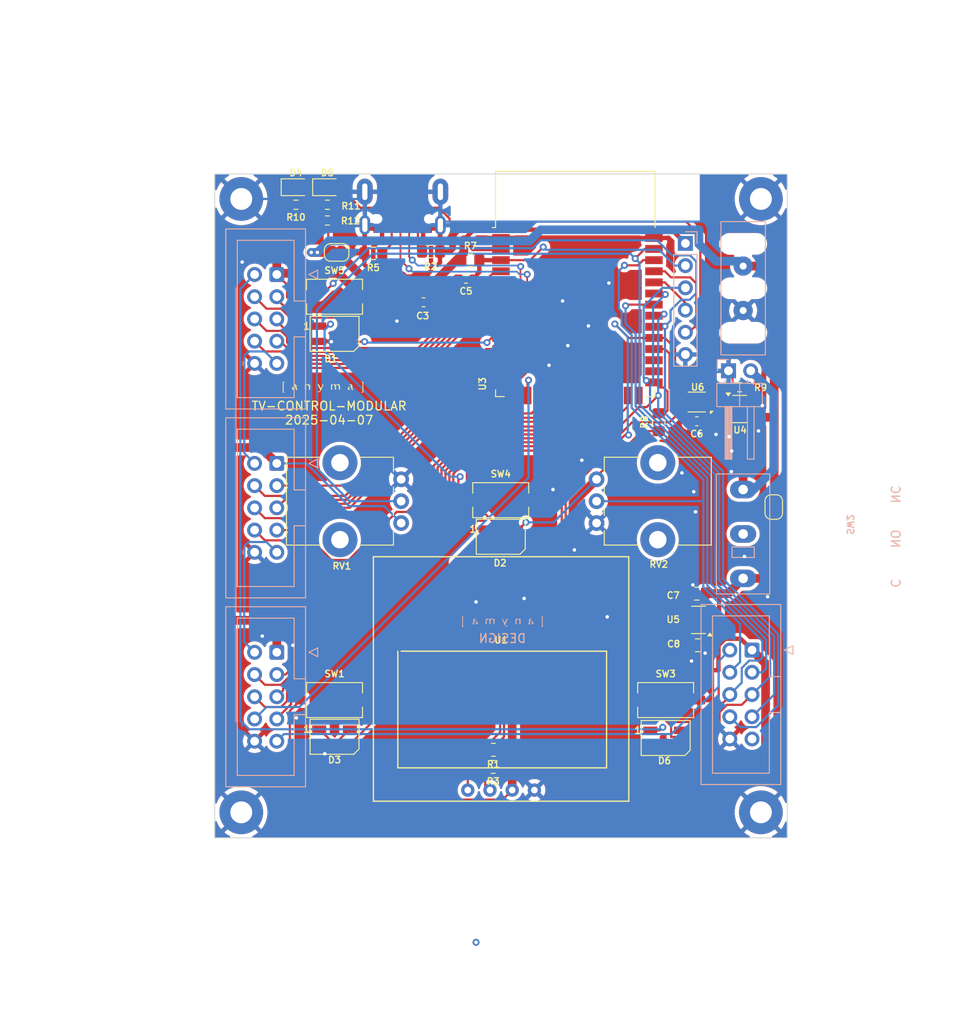
<source format=kicad_pcb>
(kicad_pcb (version 20240108) (generator "pcbnew") (generator_version "8.0")
  (layers (0 "F.Cu" signal) (31 "B.Cu" signal) (34 "B.Paste" user) (35 "F.Paste" user) (36 "B.SilkS" user "B.Silkscreen") (37 "F.SilkS" user "F.Silkscreen") (38 "B.Mask" user) (39 "F.Mask" user) (44 "Edge.Cuts" user))
  (net 0 "")
  (net 1 "/en")
  (net 2 "+3V3")
  (net 3 "/pix")
  (net 4 "GND")
  (net 5 "Net-(D1-DOUT)")
  (net 6 "+5V")
  (net 7 "+BATT")
  (net 8 "/flash")
  (net 9 "/rx")
  (net 10 "/tx")
  (net 11 "/usb-")
  (net 12 "/usb+")
  (net 13 "Net-(D4-K)")
  (net 14 "Net-(D4-A)")
  (net 15 "Net-(D5-A)")
  (net 17 "Net-(J3-CC2)")
  (net 19 "Net-(J3-CC1)")
  (net 20 "Net-(JP2-A)")
  (net 21 "/sda")
  (net 22 "/scl")
  (net 23 "Net-(U4-PROG)")
  (net 25 "Net-(J1-Pin_5)")
  (net 27 "Net-(J1-Pin_8)")
  (net 28 "Net-(J2-Pin_7)")
  (net 29 "Net-(J2-Pin_4)")
  (net 31 "Net-(J1-Pin_4)")
  (net 32 "Net-(J2-Pin_6)")
  (net 33 "Net-(J2-Pin_8)")
  (net 34 "Net-(J2-Pin_3)")
  (net 35 "+3V8")
  (net 36 "Net-(J1-Pin_3)")
  (net 38 "Net-(J2-Pin_5)")
  (net 39 "Net-(J1-Pin_6)")
  (net 40 "Net-(J1-Pin_7)")
  (net 42 "/gpio_6")
  (net 43 "Net-(J1-Pin_9)")
  (net 44 "Net-(J2-Pin_9)")
  (net 45 "Net-(J4-Pin_9)")
  (net 47 "Net-(J4-Pin_5)")
  (net 48 "Net-(J4-Pin_6)")
  (net 49 "Net-(J4-Pin_3)")
  (net 50 "Net-(J4-Pin_4)")
  (net 51 "Net-(J4-Pin_8)")
  (net 52 "Net-(J4-Pin_7)")
  (net 53 "/b40")
  (net 54 "/b42")
  (net 55 "Net-(J5-Pin_4)")
  (net 56 "/b39")
  (net 57 "Net-(J5-Pin_3)")
  (net 58 "/b41")
  (net 59 "Net-(D2-DOUT)")
  (net 60 "Net-(D3-DOUT)")
  (net 61 "Net-(D6-DOUT)")
  (net 62 "/scl{slash}flash")
  (footprint "MountingHole:MountingHole_2.5mm_Pad" (layer "F.Cu") (at 193.421 132.5372)
    (property "Reference" "H2" (hide yes))
    (property "Value" "MountingHole_Pad")
  )
  (footprint "synkie_footprints:JAE_USB-C_SJ122205" (layer "F.Cu") (at 152.439 64.7127 180)
    (property "Reference" "J3" (hide yes))
    (property "Value" "USB_C_Receptacle_USB2.0")
  )
  (footprint "Capacitor_SMD:C_0603_1608Metric" (layer "F.Cu") (at 186.089 87.8452 180)
    (property "Reference" "C6")
    (property "Value" "100n")
  )
  (footprint "Resistor_SMD:R_0603_1608Metric" (layer "F.Cu") (at 190.989 83.9452 180)
    (property "Reference" "R9")
    (property "Value" "2k")
  )
  (footprint "LED_SMD:LED_0805_2012Metric" (layer "F.Cu") (at 143.839 61.0952)
    (property "Reference" "D5")
    (property "Value" "CHRG")
  )
  (footprint "Package_TO_SOT_SMD:SOT-23-5" (layer "F.Cu") (at 186.289 110.5452 180)
    (property "Reference" "U5")
    (property "Value" "XC6220B331MR")
  )
  (footprint "MountingHole:MountingHole_2.5mm_Pad" (layer "F.Cu") (at 133.985 132.5372)
    (property "Reference" "H3" (hide yes))
    (property "Value" "MountingHole_Pad")
  )
  (footprint "synkie_footprints:C_0603_1608Metric_Pad1.05x0.95mm_HandSolder" (layer "F.Cu") (at 159.689 71.5452 180)
    (property "Reference" "C5")
    (property "Value" "1u")
  )
  (footprint "synkie_footprints:Bangood_I2C_Display" (layer "F.Cu") (at 163.068 119.8372 180)
    (property "Reference" "U1")
    (property "Value" "i2c-display128x32")
  )
  (footprint "synkie_footprints:C_0603_1608Metric_Pad1.05x0.95mm_HandSolder" (layer "F.Cu") (at 154.839 74.2452)
    (property "Reference" "C3")
    (property "Value" "100n")
  )
  (footprint "2022_midi_controller:ESP32-S3-WROOM" (layer "F.Cu") (at 172.189 75.1452)
    (property "Reference" "U3")
    (property "Value" "ESP32-S3-WROOM")
  )
  (footprint "MountingHole:MountingHole_2.5mm_Pad" (layer "F.Cu") (at 193.421 62.4332)
    (property "Reference" "H1" (hide yes))
    (property "Value" "MountingHole_Pad")
  )
  (footprint "LED_SMD:LED_SK6812MINI_PLCC4_3.5x3.5mm_P1.75mm" (layer "F.Cu") (at 144.653 77.8452)
    (property "Reference" "D1")
    (property "Value" "SK6812MINI")
  )
  (footprint "Jumper:SolderJumper-2_P1.3mm_Open_RoundedPad1.0x1.5mm" (layer "F.Cu") (at 194.889 97.6452 -90)
    (property "Reference" "JP1" (hide yes))
    (property "Value" "cabled")
  )
  (footprint "Package_TO_SOT_SMD:SOT-23-5" (layer "F.Cu") (at 190.989 86.4452)
    (property "Reference" "U4")
    (property "Value" "MCP73831-2-OT")
  )
  (footprint "Package_DFN_QFN:TDFN-8-1EP_2x2mm_P0.5mm_EP0.8x1.2mm" (layer "F.Cu") (at 186.089 85.6452 180)
    (property "Reference" "U6")
    (property "Value" "~")
  )
  (footprint "Capacitor_SMD:C_0805_2012Metric" (layer "F.Cu") (at 186.189 113.4452)
    (property "Reference" "C8")
    (property "Value" "4u7")
  )
  (footprint "LED_SMD:LED_SK6812MINI_PLCC4_3.5x3.5mm_P1.75mm" (layer "F.Cu") (at 163.666 101.0412)
    (property "Reference" "D2")
    (property "Value" "SK6812MINI")
  )
  (footprint "Resistor_SMD:R_0805_2012Metric" (layer "F.Cu") (at 162.8265 125.3952 180)
    (property "Reference" "R1")
    (property "Value" "5k1")
  )
  (footprint "synkie_footprints:R_0805_2012Metric_Pad1.15x1.40mm_HandSolder" (layer "F.Cu") (at 149.089 68.6452 180)
    (property "Reference" "R5")
    (property "Value" "5k1")
  )
  (footprint "Jumper:SolderJumper-2_P1.3mm_Bridged2Bar_RoundedPad1.0x1.5mm" (layer "F.Cu") (at 144.889 68.5452 180)
    (property "Reference" "JP2" (hide yes))
    (property "Value" "vbus")
  )
  (footprint "LED_SMD:LED_0805_2012Metric" (layer "F.Cu") (at 140.239 61.0952)
    (property "Reference" "D4")
    (property "Value" "RDY")
  )
  (footprint "Capacitor_SMD:C_0805_2012Metric" (layer "F.Cu") (at 186.089 107.5452 180)
    (property "Reference" "C7")
    (property "Value" "10u")
  )
  (footprint "synkie_footprints:Potentiometer_Alps_RK09K_Single_Vertical" (layer "F.Cu") (at 152.273 94.4772 180)
    (property "Reference" "RV1")
    (property "Value" "R_Potentiometer")
  )
  (footprint "LED_SMD:LED_SK6812MINI_PLCC4_3.5x3.5mm_P1.75mm" (layer "F.Cu") (at 144.653 123.9012)
    (property "Reference" "D3")
    (property "Value" "SK6812MINI")
  )
  (footprint "Resistor_SMD:R_0603_1608Metric" (layer "F.Cu") (at 143.839 63.0952 180)
    (property "Reference" "R11")
    (property "Value" "2k")
  )
  (footprint "MountingHole:MountingHole_2.5mm_Pad" (layer "F.Cu") (at 133.985 62.4332)
    (property "Reference" "H4" (hide yes))
    (property "Value" "MountingHole_Pad")
  )
  (footprint "Resistor_SMD:R_0603_1608Metric" (layer "F.Cu") (at 140.239 63.0952 180)
    (property "Reference" "R10")
    (property "Value" "2k")
  )
  (footprint "Resistor_SMD:R_0603_1608Metric" (layer "F.Cu") (at 143.839 64.8952)
    (property "Reference" "R12")
    (property "Value" "2k")
  )
  (footprint "synkie_footprints:R_0805_2012Metric_Pad1.15x1.40mm_HandSolder" (layer "F.Cu") (at 155.689 68.4452)
    (property "Reference" "R2")
    (property "Value" "5k1")
  )
  (footprint "Button_Switch_SMD:SW_Tactile_SPST_NO_Straight_CK_PTS636Sx25SMTRLFS" (layer "F.Cu") (at 163.666 96.8622)
    (property "Reference" "SW4")
    (property "Value" "SW_Push")
  )
  (footprint "Resistor_SMD:R_0805_2012Metric" (layer "F.Cu") (at 162.8015 127.3452 180)
    (property "Reference" "R3")
    (property "Value" "5k1")
  )
  (footprint "LED_SMD:LED_SK6812MINI_PLCC4_3.5x3.5mm_P1.75mm" (layer "F.Cu") (at 182.527 124.0422)
    (property "Reference" "D6")
    (property "Value" "SK6812MINI")
  )
  (footprint "synkie_footprints:Potentiometer_Alps_RK09K_Single_Vertical" (layer "F.Cu") (at 174.625 99.4772)
    (property "Reference" "RV2")
    (property "Value" "R_Potentiometer")
  )
  (footprint "synkie_footprints:R_0805_2012Metric_Pad1.15x1.40mm_HandSolder" (layer "F.Cu") (at 181.739 87.9452 90)
    (property "Reference" "R8")
    (property "Value" "10k")
  )
  (footprint "Button_Switch_SMD:SW_Tactile_SPST_NO_Straight_CK_PTS636Sx25SMTRLFS" (layer "F.Cu") (at 144.653 119.7102)
    (property "Reference" "SW1")
    (property "Value" "SW_Push")
  )
  (footprint "Button_Switch_SMD:SW_Tactile_SPST_NO_Straight_CK_PTS636Sx25SMTRLFS" (layer "F.Cu") (at 182.527 119.7102)
    (property "Reference" "SW3")
    (property "Value" "SW_Push")
  )
  (footprint "Button_Switch_SMD:SW_Tactile_SPST_NO_Straight_CK_PTS636Sx25SMTRLFS" (layer "F.Cu") (at 144.653 73.6092)
    (property "Reference" "SW5")
    (property "Value" "SW_Push")
  )
  (footprint "anyma_footprints:logo_anyma_tiny" (layer "F.Cu") (at 143.45965 84.00235)
    (property "Reference" "U2" (hide yes))
    (property "Value" "LOGO" (hide yes))
  )
  (footprint "synkie_footprints:R_0805_2012Metric_Pad1.15x1.40mm_HandSolder" (layer "F.Cu") (at 160.189 69.4452)
    (property "Reference" "R7")
    (property "Value" "10k")
  )
  (footprint "Connector_IDC:IDC-Header_2x05_P2.54mm_Vertical" (layer "B.Cu") (at 138.049 114.2492 180)
    (property "Reference" "J4" (hide yes))
    (property "Value" "Conn_01x10")
  )
  (footprint "Connector_PinHeader_2.54mm:PinHeader_1x02_P2.54mm_Horizontal" (layer "B.Cu") (at 189.714 82.0702 -90)
    (property "Reference" "J12" (hide yes))
    (property "Value" "BATT")
  )
  (footprint "anyma_footprints:logo_anyma_tiny" (layer "B.Cu") (at 163.739 110.7952 180)
    (property "Reference" "U7" (hide yes))
    (property "Value" "LOGO" (hide yes))
  )
  (footprint "Connector_PinHeader_2.54mm:PinHeader_1x06_P2.54mm_Vertical" (layer "B.Cu") (at 184.785 67.5132 180)
    (property "Reference" "J11" (hide yes))
    (property "Value" "Conn_01x06")
  )
  (footprint "Connector_IDC:IDC-Header_2x05_P2.54mm_Vertical" (layer "B.Cu") (at 138.049 71.0692 180)
    (property "Reference" "J1" (hide yes))
    (property "Value" "Conn_01x10")
  )
  (footprint "Anyma06:Microschalter" (layer "B.Cu") (at 185.453 99.7252 90)
    (property "Reference" "SW2")
    (property "Value" "SW_SPDT")
  )
  (footprint "Connector_IDC:IDC-Header_2x05_P2.54mm_Vertical" (layer "B.Cu") (at 138.049 92.6592 180)
    (property "Reference" "J2" (hide yes))
    (property "Value" "Conn_01x10")
  )
  (footprint "Connector_IDC:IDC-Header_2x05_P2.54mm_Vertical" (layer "B.Cu") (at 192.405 113.9952 180)
    (property "Reference" "J5" (hide yes))
    (property "Value" "Conn_01x10")
  )
  (footprint "Anyma06:PogoChargeConn" (layer "B.Cu") (at 191.389 72.6452 180)
    (property "Reference" "J13" (hide yes))
    (property "Value" "Charge")
  )
  (gr_rect (start 130.942 59.5812) (end 196.44 135.4582) (stroke (width 0.1)) (fill none) (layer "Edge.Cuts"))
  (gr_text "DESIGN" (at 166.639 113.2452 0) (layer "B.SilkS") (effects (font (size 1 1)) (justify left bottom mirror)))
  (gr_text "TV-CONTROL-MODULAR\n2025-04-07" (at 144.039 88.2952 0) (layer "F.SilkS") (effects (font (size 1 1)) (justify bottom)))
  (via (at 160.839 147.3952) (size 0.8) (drill 0.4) (layers "F.Cu" "B.Cu") (net 0))
  (segment (start 161.214 70.7952) (end 160.964 71.0452) (width 0.5) (layer "F.Cu") (net 1))
  (segment (start 163.689 69.4302) (end 167.023487 69.4302) (width 0.25) (layer "F.Cu") (net 1))
  (segment (start 163.689 69.4302) (end 161.229 69.4302) (width 0.5) (layer "F.Cu") (net 1))
  (segment (start 161.214 69.4452) (end 161.214 70.7952) (width 0.5) (layer "F.Cu") (net 1))
  (segment (start 161.229 69.4302) (end 161.214 69.4452) (width 0.5) (layer "F.Cu") (net 1))
  (segment (start 167.023487 69.4302) (end 168.521992 67.931695) (width 0.25) (layer "F.Cu") (net 1))
  (via (at 168.521992 67.931695) (size 0.8) (drill 0.4) (layers "F.Cu" "B.Cu") (net 1))
  (segment (start 184.785 70.0532) (end 183.582919 70.0532) (width 0.25) (layer "B.Cu") (net 1))
  (segment (start 183.582919 70.0532) (end 181.774919 68.2452) (width 0.25) (layer "B.Cu") (net 1))
  (segment (start 168.835497 68.2452) (end 168.521992 67.931695) (width 0.25) (layer "B.Cu") (net 1))
  (segment (start 181.774919 68.2452) (end 168.835497 68.2452) (width 0.25) (layer "B.Cu") (net 1))
  (segment (start 136.235 90.8452) (end 138.049 92.6592) (width 1) (layer "F.Cu") (net 2))
  (segment (start 149.853 72.4092) (end 146.579 72.4092) (width 1) (layer "F.Cu") (net 2))
  (segment (start 173.973 95.1292) (end 171.939 97.1632) (width 1) (layer "F.Cu") (net 2))
  (segment (start 139.224 73.6452) (end 139.224 72.2442) (width 0.25) (layer "F.Cu") (net 2))
  (segment (start 184.277 114.4072) (end 184.277 116.2952) (width 0.5) (layer "F.Cu") (net 2))
  (segment (start 174.625 94.4772) (end 173.973 95.1292) (width 1) (layer "F.Cu") (net 2))
  (segment (start 184.277 123.1672) (end 185.317 123.1672) (width 0.25) (layer "F.Cu") (net 2))
  (segment (start 146.403 72.2332) (end 145.239 71.0692) (width 0.5) (layer "F.Cu") (net 2))
  (segment (start 139.224 72.2442) (end 138.049 71.0692) (width 0.25) (layer "F.Cu") (net 2))
  (segment (start 137.339 110.5952) (end 138.049 111.3052) (width 1) (layer "F.Cu") (net 2))
  (segment (start 189.326522 112.6952) (end 191.105 112.6952) (width 0.5) (layer "F.Cu") (net 2))
  (segment (start 183.217 65.9452) (end 160.589 65.9452) (width 0.5) (layer "F.Cu") (net 2))
  (segment (start 153.964 73.0202) (end 154.539 72.4452) (width 0.25) (layer "F.Cu") (net 2))
  (segment (start 171.939 98.8452) (end 171.939 100.1452) (width 1) (layer "F.Cu") (net 2))
  (segment (start 138.049 71.0692) (end 138.049 69.1552) (width 1) (layer "F.Cu") (net 2))
  (segment (start 163.714 127.3452) (end 164.673 127.3452) (width 0.25) (layer "F.Cu") (net 2))
  (segment (start 132.515 125.4212) (end 139.903 132.8092) (width 1) (layer "F.Cu") (net 2))
  (segment (start 145.428 75.9952) (end 141.574 75.9952) (width 0.25) (layer "F.Cu") (net 2))
  (segment (start 138.049 69.1552) (end 137.039 68.1452) (width 1) (layer "F.Cu") (net 2))
  (segment (start 185.1515 111.4952) (end 185.1515 113.3577) (width 1) (layer "F.Cu") (net 2))
  (segment (start 172.039 100.3952) (end 172.189 100.3952) (width 1) (layer "F.Cu") (net 2))
  (segment (start 148.878 131.0842) (end 163.886 131.0842) (width 0.25) (layer "F.Cu") (net 2))
  (segment (start 179.814 88.9702) (end 173.973 94.8112) (width 0.25) (layer "F.Cu") (net 2))
  (segment (start 188.565 114.533678) (end 188.565 113.456722) (width 0.5) (layer "F.Cu") (net 2))
  (segment (start 146.403 76.9702) (end 145.428 75.9952) (width 0.25) (layer "F.Cu") (net 2))
  (segment (start 164.973 107.4612) (end 172.039 100.3952) (width 1) (layer "F.Cu") (net 2))
  (segment (start 191.105 112.6952) (end 192.405 113.9952) (width 0.5) (layer "F.Cu") (net 2))
  (segment (start 185.239 113.4452) (end 184.277 114.4072) (width 0.5) (layer "F.Cu") (net 2))
  (segment (start 145.278 127.4842) (end 148.878 131.0842) (width 0.25) (layer "F.Cu") (net 2))
  (segment (start 159.439 67.0952) (end 159.439 68.592256) (width 1) (layer "F.Cu") (net 2))
  (segment (start 150.193714 72.749914) (end 149.853 72.4092) (width 1) (layer "F.Cu") (net 2))
  (segment (start 188.565 113.456722) (end 189.326522 112.6952) (width 0.5) (layer "F.Cu") (net 2))
  (segment (start 138.049 114.6722) (end 138.049 114.2492) (width 0.5) (layer "F.Cu") (net 2))
  (segment (start 164.673 127.3452) (end 164.973 127.0452) (width 0.25) (layer "F.Cu") (net 2))
  (segment (start 132.515 110.5952) (end 137.339 110.5952) (width 1) (layer "F.Cu") (net 2))
  (segment (start 132.515 90.8452) (end 136.235 90.8452) (width 1) (layer "F.Cu") (net 2))
  (segment (start 177.314 109.7202) (end 181.039 113.4452) (width 1) (layer "F.Cu") (net 2))
  (segment (start 145.278 124.1512) (end 145.278 127.4842) (width 0.25) (layer "F.Cu") (net 2))
  (segment (start 164.973 129.9972) (end 164.973 127.0452) (width 1) (layer "F.Cu") (net 2))
  (segment (start 184.277 116.2952) (end 184.277001 116.295201) (width 0.5) (layer "F.Cu") (net 2))
  (segment (start 163.739 125.3952) (end 164.823 125.3952) (width 0.25) (layer "F.Cu") (net 2))
  (segment (start 138.049 111.3052) (end 138.049 114.2492) (width 1) (layer "F.Cu") (net 2))
  (segment (start 132.515 112.8192) (end 132.515 125.4212) (width 1) (layer "F.Cu") (net 2))
  (segment (start 172.189 100.3952) (end 177.314 105.5202) (width 1) (layer "F.Cu") (net 2))
  (segment (start 171.939 100.1452) (end 177.314 105.5202) (width 1) (layer "F.Cu") (net 2))
  (segment (start 141.574 75.9952) (end 139.224 73.6452) (width 0.25) (layer "F.Cu") (net 2))
  (segment (start 159.439 68.592256) (end 155.586056 72.4452) (width 1) (layer "F.Cu") (net 2))
  (segment (start 146.403 123.0262) (end 145.278 124.1512) (width 0.25) (layer "F.Cu") (net 2))
  (segment (start 132.515 112.8192) (end 132.515 110.5952) (width 1) (layer "F.Cu") (net 2))
  (segment (start 165.416 100.1662) (end 165.768 100.1662) (width 0.25) (layer "F.Cu") (net 2))
  (segment (start 160.504 68.1602) (end 159.439 67.0952) (width 0.5) (layer "F.Cu") (net 2))
  (segment (start 153.964 74.2452) (end 153.964 73.0202) (width 0.25) (layer "F.Cu") (net 2))
  (segment (start 138.17832 70.93988) (end 145.10968 70.93988) (width 1) (layer "F.Cu") (net 2))
  (segment (start 188.589 119.8952) (end 188.589 114.557678) (width 0.25) (layer "F.Cu") (net 2))
  (segment (start 187.275 132.8092) (end 193.955 126.1292) (width 1) (layer "F.Cu") (net 2))
  (segment (start 177.314 105.5202) (end 177.314 109.7202) (width 1) (layer "F.Cu") (net 2))
  (segment (start 164.973 127.0452) (end 164.973 125.2452) (width 1) (layer "F.Cu") (net 2))
  (segment (start 184.785 67.5132) (end 183.217 65.9452) (width 0.5) (layer "F.Cu") (net 2))
  (segment (start 193.955 115.5452) (end 192.405 113.9952) (width 1) (layer "F.Cu") (net 2))
  (segment (start 163.886 131.0842) (end 164.973 129.9972) (width 0.25) (layer "F.Cu") (net 2))
  (segment (start 181.039 113.4452) (end 185.239 113.4452) (width 1) (layer "F.Cu") (net 2))
  (segment (start 139.903 132.8092) (end 187.275 132.8092) (width 1) (layer "F.Cu") (net 2))
  (segment (start 184.277001 116.295201) (end 188.565 116.295201) (width 0.5) (layer "F.Cu") (net 2))
  (segment (start 137.039 68.1452) (end 133.139 68.1452) (width 1) (layer "F.Cu") (net 2))
  (segment (start 188.565 116.295201) (end 188.565 114.533678) (width 0.5) (layer "F.Cu") (net 2))
  (segment (start 171.939 97.1632) (end 171.939 98.8452) (width 1) (layer "F.Cu") (net 2))
  (segment (start 163.689 68.1602) (end 160.504 68.1602) (width 0.5) (layer "F.Cu") (net 2))
  (segment (start 165.768 100.1662) (end 166.539 99.3952) (width 0.25) (layer "F.Cu") (net 2))
  (segment (start 160.589 65.9452) (end 159.439 67.0952) (width 0.5) (layer "F.Cu") (net 2))
  (segment (start 154.539 72.4452) (end 154.234286 72.749914) (width 1) (layer "F.Cu") (net 2))
  (segment (start 154.234286 72.749914) (end 150.193714 72.749914) (width 1) (layer "F.Cu") (net 2))
  (segment (start 145.10968 70.93988) (end 145.239 71.0692) (width 1) (layer "F.Cu") (net 2))
  (segment (start 133.139 68.1452) (end 132.515 68.7692) (width 1) (layer "F.Cu") (net 2))
  (segment (start 181.739 88.9702) (end 179.814 88.9702) (width 0.25) (layer "F.Cu") (net 2))
  (segment (start 138.049 71.0692) (end 138.17832 70.93988) (width 1) (layer "F.Cu") (net 2))
  (segment (start 132.515 68.7692) (end 132.515 90.8452) (width 1) (layer "F.Cu") (net 2))
  (segment (start 164.973 125.2452) (end 164.973 107.4612) (width 1) (layer "F.Cu") (net 2))
  (segment (start 185.1515 113.3577) (end 185.239 113.4452) (width 1) (layer "F.Cu") (net 2))
  (segment (start 164.823 125.3952) (end 164.973 125.2452) (width 0.25) (layer "F.Cu") (net 2))
  (segment (start 146.579 72.4092) (end 145.239 71.0692) (width 1) (layer "F.Cu") (net 2))
  (segment (start 185.317 123.1672) (end 188.589 119.8952) (width 0.25) (layer "F.Cu") (net 2))
  (segment (start 193.955 126.1292) (end 193.955 115.5452) (width 1) (layer "F.Cu") (net 2))
  (segment (start 188.589 114.557678) (end 188.565 114.533678) (width 0.25) (layer "F.Cu") (net 2))
  (segment (start 173.973 94.8112) (end 173.973 95.1292) (width 0.25) (layer "F.Cu") (net 2))
  (segment (start 155.586056 72.4452) (end 154.539 72.4452) (width 1) (layer "F.Cu") (net 2))
  (segment (start 132.515 90.8452) (end 132.515 112.8192) (width 1) (layer "F.Cu") (net 2))
  (via (at 166.539 99.3952) (size 0.8) (drill 0.4) (layers "F.Cu" "B.Cu") (net 2))
  (segment (start 141.430557 92.6592) (end 138.049 92.6592) (width 0.25) (layer "B.Cu") (net 2))
  (segment (start 169.339 99.3952) (end 169.707 99.3952) (width 0.25) (layer "B.Cu") (net 2))
  (segment (start 166.539 99.3952) (end 169.339 99.3952) (width 0.25) (layer "B.Cu") (net 2))
  (segment (start 146.316557 97.5452) (end 141.430557 92.6592) (width 0.25) (layer "B.Cu") (net 2))
  (segment (start 150.341 97.5452) (end 146.316557 97.5452) (width 0.25) (layer "B.Cu") (net 2))
  (segment (start 169.707 99.3952) (end 174.625 94.4772) (width 0.25) (layer "B.Cu") (net 2))
  (segment (start 152.273 99.4772) (end 150.341 97.5452) (width 0.25) (layer "B.Cu") (net 2))
  (segment (start 163.689 78.3202) (end 162.614 78.3202) (width 0.25) (layer "F.Cu") (net 3))
  (segment (start 148.089 78.7452) (end 146.428 78.7452) (width 0.25) (layer "F.Cu") (net 3))
  (segment (start 162.614 78.3202) (end 162.089 78.8452) (width 0.25) (layer "F.Cu") (net 3))
  (segment (start 146.428 78.7452) (end 146.403 78.7202) (width 0.25) (layer "F.Cu") (net 3))
  (via (at 148.089 78.7452) (size 0.8) (drill 0.4) (layers "F.Cu" "B.Cu") (net 3))
  (via (at 162.089 78.8452) (size 0.8) (drill 0.4) (layers "F.Cu" "B.Cu") (net 3))
  (segment (start 162.089 78.8452) (end 148.189 78.8452) (width 0.25) (layer "B.Cu") (net 3))
  (segment (start 148.189 78.8452) (end 148.089 78.7452) (width 0.25) (layer "B.Cu") (net 3))
  (segment (start 158.814 71.5452) (end 158.414 71.5452) (width 0.25) (layer "F.Cu") (net 4))
  (segment (start 156.714 65.8127) (end 156.714 68.4452) (width 0.5) (layer "F.Cu") (net 4))
  (segment (start 165.454 84.9002) (end 165.454 83.43624) (width 0.25) (layer "F.Cu") (net 4))
  (segment (start 186.089 87.0702) (end 185.314 87.8452) (width 0.25) (layer "F.Cu") (net 4))
  (segment (start 184.785 83.04094) (end 184.785 80.2132) (width 0.25) (layer "F.Cu") (net 4))
  (segment (start 155.539 65.8127) (end 156.714 65.8127) (width 0.5) (layer "F.Cu") (net 4))
  (segment (start 171.189 67.0952) (end 171.189 74.3902) (width 0.25) (layer "F.Cu") (net 4))
  (segment (start 171.389 66.8952) (end 171.189 67.0952) (width 0.25) (layer "F.Cu") (net 4))
  (segment (start 186.089 85.84494) (end 186.089 85.6452) (width 0.25) (layer "F.Cu") (net 4))
  (segment (start 158.414 71.5452) (end 155.714 74.2452) (width 0.25) (layer "F.Cu") (net 4))
  (segment (start 142.903 125.2092) (end 143.539 125.8452) (width 0.25) (layer "F.Cu") (net 4))
  (segment (start 154.675 75.2842) (end 155.714 74.2452) (width 0.25) (layer "F.Cu") (net 4))
  (segment (start 185.839 85.3952) (end 186.089 85.6452) (width 0.25) (layer "F.Cu") (net 4))
  (segment (start 168.389 80.4952) (end 171.189 77.6952) (width 0.25) (layer "F.Cu") (net 4))
  (segment (start 171.389 66.8952) (end 163.694 66.8952) (width 0.25) (layer "F.Cu") (net 4))
  (segment (start 165.454 83.43624) (end 168.389 80.50124) (width 0.25) (layer "F.Cu") (net 4))
  (segment (start 186.489 110.5452) (end 187.4265 110.5452) (width 0.25) (layer "F.Cu") (net 4))
  (segment (start 186.63926 84.8952) (end 184.785 83.04094) (width 0.25) (layer "F.Cu") (net 4))
  (segment (start 142.903 78.7202) (end 144.264 78.7202) (width 0.25) (layer "F.Cu") (net 4))
  (segment (start 151.889 76.2952) (end 151.789 76.3952) (width 0.25) (layer "F.Cu") (net 4))
  (segment (start 170.739 74.0952) (end 170.894 74.0952) (width 0.25) (layer "F.Cu") (net 4))
  (segment (start 187.0765 86.3952) (end 186.63926 86.3952) (width 0.25) (layer "F.Cu") (net 4))
  (segment (start 186.63926 84.8952) (end 186.089 85.44546) (width 0.25) (layer "F.Cu") (net 4))
  (segment (start 186.089 85.6452) (end 186.089 87.0702) (width 0.25) (layer "F.Cu") (net 4))
  (segment (start 170.894 74.0952) (end 171.189 74.3902) (width 0.25) (layer "F.Cu") (net 4))
  (segment (start 190.164 83.9452) (end 190.164 82.5202) (width 0.25) (layer "F.Cu") (net 4))
  (segment (start 186.339 110.6952) (end 186.489 110.5452) (width 0.25) (layer "F.Cu") (net 4))
  (segment (start 186.339 113.4452) (end 186.339 110.6952) (width 0.25) (layer "F.Cu") (net 4))
  (segment (start 151.889 75.2842) (end 154.675 75.2842) (width 0.25) (layer "F.Cu") (net 4))
  (segment (start 163.694 66.8952) (end 163.689 66.8902) (width 0.25) (layer "F.Cu") (net 4))
  (segment (start 190.164 82.5202) (end 189.714 82.0702) (width 0.25) (layer "F.Cu") (net 4))
  (segment (start 149.339 65.8127) (end 148.089 65.8127) (width 0.5) (layer "F.Cu") (net 4))
  (segment (start 148.089 65.8127) (end 148.089 68.6202) (width 0.5) (layer "F.Cu") (net 4))
  (segment (start 144.264 78.7202) (end 144.289 78.7452) (width 0.25) (layer "F.Cu") (net 4))
  (segment (start 148.528 75.2842) (end 151.889 75.2842) (width 0.25) (layer "F.Cu") (net 4))
  (segment (start 151.889 75.2842) (end 151.889 76.2952) (width 0.25) (layer "F.Cu") (net 4))
  (segment (start 186.089 85.44546) (end 186.089 85.6452) (width 0.25) (layer "F.Cu") (net 4))
  (segment (start 148.528 73.6092) (end 148.528 75.2842) (width 0.25) (layer "F.Cu") (net 4))
  (segment (start 186.63926 86.3952) (end 186.089 85.84494) (width 0.25) (layer "F.Cu") (net 4))
  (segment (start 187.139 113.4452) (end 186.339 113.4452) (width 0.25) (layer "F.Cu") (net 4))
  (segment (start 142.903 124.7762) (end 142.903 125.2092) (width 0.25) (layer "F.Cu") (net 4))
  (segment (start 181.189 66.8952) (end 171.389 66.8952) (width 0.25) (layer "F.Cu") (net 4))
  (segment (start 171.189 77.6952) (end 171.189 74.3902) (width 0.25) (layer "F.Cu") (net 4))
  (segment (start 148.089 68.6202) (end 148.064 68.6452) (width 0.5) (layer "F.Cu") (net 4))
  (segment (start 185.1015 85.3952) (end 185.839 85.3952) (width 0.25) (layer "F.Cu") (net 4))
  (segment (start 187.0765 84.8952) (end 186.63926 84.8952) (width 0.25) (layer "F.Cu") (net 4))
  (segment (start 168.389 80.50124) (end 168.389 80.4952) (width 0.25) (layer "F.Cu") (net 4))
  (via (at 143.539 125.8452) (size 0.8) (drill 0.4) (layers "F.Cu" "B.Cu") (net 4))
  (via (at 194.189 107.8952) (size 0.8) (drill 0.4) (layers "F.Cu" "B.Cu") (net 4))
  (via (at 187.039 114.3452) (size 0.8) (drill 0.4) (layers "F.Cu" "B.Cu") (net 4))
  (via (at 144.289 78.7452) (size 0.8) (drill 0.4) (layers "F.Cu" "B.Cu") (net 4))
  (via (at 191.539 103.2952) (size 0.8) (drill 0.4) (layers "F.Cu" "B.Cu") (net 4))
  (via (at 175.839 110.1952) (size 0.8) (drill 0.4) (layers "F.Cu" "B.Cu") (net 4))
  (via (at 190.089 91.2452) (size 0.8) (drill 0.4) (layers "F.Cu" "B.Cu") (net 4))
  (via (at 193.139 88.9452) (size 0.8) (drill 0.4) (layers "F.Cu" "B.Cu") (net 4))
  (via (at 151.789 76.3952) (size 0.8) (drill 0.4) (layers "F.Cu" "B.Cu") (net 4))
  (via (at 136.389 112.3952) (size 0.8) (drill 0.4) (layers "F.Cu" "B.Cu") (net 4))
  (via (at 169.639 95.6452) (size 0.8) (drill 0.4) (layers "F.Cu" "B.Cu") (net 4))
  (via (at 185.739 95.8952) (size 0.8) (drill 0.4) (layers "F.Cu" "B.Cu") (net 4))
  (via (at 185.489 115.2452) (size 0.8) (drill 0.4) (layers "F.Cu" "B.Cu") (net 4))
  (via (at 169.189 81.4452) (size 0.8) (drill 0.4) (layers "F.Cu" "B.Cu") (net 4))
  (via (at 166.339 108.0952) (size 0.8) (drill 0.4) (layers "F.Cu" "B.Cu") (net 4))
  (via (at 172.939 92.2952) (size 0.8) (drill 0.4) (layers "F.Cu" "B.Cu") (net 4))
  (via (at 176.039 72.0452) (size 0.8) (drill 0.4) (layers "F.Cu" "B.Cu") (net 4))
  (via (at 170.739 74.0952) (size 0.8) (drill 0.4) (layers "F.Cu" "B.Cu") (net 4))
  (via (at 193.589 86.0452) (size 0.8) (drill 0.4) (layers "F.Cu" "B.Cu") (net 4))
  (via (at 134.089 69.6452) (size 0.8) (drill 0.4) (layers "F.Cu" "B.Cu") (net 4))
  (via (at 172.089 102.5452) (size 0.8) (drill 0.4) (layers "F.Cu" "B.Cu") (net 4))
  (via (at 185.939 98.1952) (size 0.8) (drill 0.4) (layers "F.Cu" "B.Cu") (net 4))
  (via (at 173.689 76.9452) (size 0.8) (drill 0.4) (layers "F.Cu" "B.Cu") (net 4))
  (via (at 189.789 89.5952) (size 0.8) (drill 0.4) (layers "F.Cu" "B.Cu") (net 4))
  (via (at 171.339 79.1952) (size 0.8) (drill 0.4) (layers "F.Cu" "B.Cu") (net 4))
  (via (at 184.389 93.7452) (size 0.8) (drill 0.4) (layers "F.Cu" "B.Cu") (net 4))
  (via (at 185.639 106.5452) (size 0.8) (drill 0.4) (layers "F.Cu" "B.Cu") (net 4))
  (via (at 160.839 108.4952) (size 0.8) (drill 0.4) (layers "F.Cu" "B.Cu") (net 4))
  (via (at 188.289 89.3452) (size 0.8) (drill 0.4) (layers "F.Cu" "B.Cu") (net 4))
  (via (at 139.889 113.4452) (size 0.8) (drill 0.4) (layers "F.Cu" "B.Cu") (net 4))
  (via (at 190.039 93.5952) (size 0.8) (drill 0.4) (layers "F.Cu" "B.Cu") (net 4))
  (via (at 140.289 121.7452) (size 0.8) (drill 0.4) (layers "F.Cu" "B.Cu") (net 4))
  (via (at 186.339 89.2452) (size 0.8) (drill 0.4) (layers "F.Cu" "B.Cu") (net 4))
  (segment (start 136.945 125.8452) (end 135.509 124.4092) (width 0.25) (layer "B.Cu") (net 4))
  (segment (start 144.739 78.7452) (end 147.089 76.3952) (width 0.25) (layer "B.Cu") (net 4))
  (segment (start 147.089 76.3952) (end 151.789 76.3952) (width 0.25) (layer "B.Cu") (net 4))
  (segment (start 193.421 62.4332) (end 190.834 65.0202) (width 0.25) (layer "B.Cu") (net 4))
  (segment (start 142.189 76.4452) (end 142.189 76.3952) (width 0.25) (layer "B.Cu") (net 4))
  (segment (start 147.2985 62.4332) (end 148.119 61.6127) (width 0.25) (layer "B.Cu") (net 4))
  (segment (start 140.12 78.5142) (end 142.189 76.4452) (width 0.25) (layer "B.Cu") (net 4))
  (segment (start 148.119 61.6127) (end 148.119 65.4127) (width 0.25) (layer "B.Cu") (net 4))
  (segment (start 157.1765 65.0202) (end 156.759 65.4377) (width 0.25) (layer "B.Cu") (net 4))
  (segment (start 140.12 79.8642) (end 140.12 79.5952) (width 0.25) (layer "B.Cu") (net 4))
  (segment (start 140.12 79.5952) (end 140.12 68.5682) (width 0.25) (layer "B.Cu") (net 4))
  (segment (start 156.759 61.6127) (end 156.759 65.4377) (width 0.25) (layer "B.Cu") (net 4))
  (segment (start 190.834 65.0202) (end 157.1765 65.0202) (width 0.25) (layer "B.Cu") (net 4))
  (segment (start 143.539 125.8452) (end 136.945 125.8452) (width 0.25) (layer "B.Cu") (net 4))
  (segment (start 151.789 76.3952) (end 168.439 76.3952) (width 0.25) (layer "B.Cu") (net 4))
  (segment (start 168.439 76.3952) (end 170.739 74.0952) (width 0.25) (layer "B.Cu") (net 4))
  (segment (start 144.289 78.7452) (end 144.739 78.7452) (width 0.25) (layer "B.Cu") (net 4))
  (segment (start 140.12 79.5952) (end 140.12 78.5142) (width 0.25) (layer "B.Cu") (net 4))
  (segment (start 140.12 68.5682) (end 133.985 62.4332) (width 0.25) (layer "B.Cu") (net 4))
  (segment (start 133.985 62.4332) (end 147.2985 62.4332) (width 0.25) (layer "B.Cu") (net 4))
  (segment (start 163.841 100.383596) (end 161.144604 97.6872) (width 0.25) (layer "F.Cu") (net 5))
  (segment (start 165.416 101.9162) (end 165.041 101.9162) (width 0.25) (layer "F.Cu") (net 5))
  (segment (start 165.041 101.9162) (end 163.841 100.7162) (width 0.25) (layer "F.Cu") (net 5))
  (segment (start 158.814 97.6602) (end 158.814 94.374694) (width 0.25) (layer "F.Cu") (net 5))
  (segment (start 158.841 97.6872) (end 158.814 97.6602) (width 0.25) (layer "F.Cu") (net 5))
  (segment (start 142.903 76.9702) (end 143.964 76.9702) (width 0.25) (layer "F.Cu") (net 5))
  (segment (start 161.144604 97.6872) (end 158.841 97.6872) (width 0.25) (layer "F.Cu") (net 5))
  (segment (start 143.964 76.9702) (end 144.189 76.7452) (width 0.25) (layer "F.Cu") (net 5))
  (segment (start 158.814 94.374694) (end 159.016 94.172694) (width 0.25) (layer "F.Cu") (net 5))
  (segment (start 163.841 100.7162) (end 163.841 100.383596) (width 0.25) (layer "F.Cu") (net 5))
  (via (at 159.016 94.172694) (size 0.8) (drill 0.4) (layers "F.Cu" "B.Cu") (net 5))
  (via (at 144.189 76.7452) (size 0.8) (drill 0.4) (layers "F.Cu" "B.Cu") (net 5))
  (segment (start 144.189 76.7452) (end 143.514 77.4202) (width 0.25) (layer "B.Cu") (net 5))
  (segment (start 157.866494 94.172694) (end 159.016 94.172694) (width 0.25) (layer "B.Cu") (net 5))
  (segment (start 143.514 77.4202) (end 143.514 79.8202) (width 0.25) (layer "B.Cu") (net 5))
  (segment (start 143.514 79.8202) (end 157.866494 94.172694) (width 0.25) (layer "B.Cu") (net 5))
  (segment (start 194.939 87.2452) (end 194.789 87.3952) (width 1) (layer "F.Cu") (net 6))
  (segment (start 143.939 63.8202) (end 143.939 68.2952) (width 0.25) (layer "F.Cu") (net 6))
  (segment (start 191.389 70.1052) (end 194.939 70.1052) (width 1) (layer "F.Cu") (net 6))
  (segment (start 194.889 96.2452) (end 194.889 96.9952) (width 1) (layer "F.Cu") (net 6))
  (segment (start 141.989 68.5452) (end 142.689 68.5452) (width 1) (layer "F.Cu") (net 6))
  (segment (start 194.939 70.1052) (end 194.939 87.2452) (width 1) (layer "F.Cu") (net 6))
  (segment (start 143.689 68.5452) (end 144.239 68.5452) (width 1) (layer "F.Cu") (net 6))
  (segment (start 143.939 68.2952) (end 143.689 68.5452) (width 0.25) (layer "F.Cu") (net 6))
  (segment (start 194.939 96.1952) (end 194.889 96.2452) (width 1) (layer "F.Cu") (net 6))
  (segment (start 142.689 68.5452) (end 143.689 68.5452) (width 1) (layer "F.Cu") (net 6))
  (segment (start 194.789 87.3952) (end 192.1265 87.3952) (width 1) (layer "F.Cu") (net 6))
  (segment (start 194.939 87.2452) (end 194.939 96.1952) (width 1) (layer "F.Cu") (net 6))
  (segment (start 144.664 63.0952) (end 143.939 63.8202) (width 0.25) (layer "F.Cu") (net 6))
  (via (at 141.989 68.5452) (size 0.8) (drill 0.4) (layers "F.Cu" "B.Cu") (net 6))
  (via (at 142.689 68.5452) (size 0.8) (drill 0.4) (layers "F.Cu" "B.Cu") (net 6))
  (segment (start 188.289 69.5452) (end 190.829 69.5452) (width 1) (layer "B.Cu") (net 6))
  (segment (start 142.689 68.5452) (end 144.014 67.2202) (width 1) (layer "B.Cu") (net 6))
  (segment (start 153.117122 67.2202) (end 153.134622 67.2377) (width 1) (layer "B.Cu") (net 6))
  (segment (start 166.953245 67.2377) (end 168.227745 65.9632) (width 1) (layer "B.Cu") (net 6))
  (segment (start 144.014 67.2202) (end 153.117122 67.2202) (width 1) (layer "B.Cu") (net 6))
  (segment (start 190.829 69.5452) (end 191.389 70.1052) (width 1) (layer "B.Cu") (net 6))
  (segment (start 142.689 68.5452) (end 141.989 68.5452) (width 1) (layer "B.Cu") (net 6))
  (segment (start 153.134622 67.2377) (end 166.953245 67.2377) (width 1) (layer "B.Cu") (net 6))
  (segment (start 168.227745 65.9632) (end 186.335 65.9632) (width 1) (layer "B.Cu") (net 6))
  (segment (start 186.335 65.9632) (end 186.335 67.5912) (width 1) (layer "B.Cu") (net 6))
  (segment (start 186.335 67.5912) (end 188.289 69.5452) (width 1) (layer "B.Cu") (net 6))
  (segment (start 191.389 95.6452) (end 191.389 88.9827) (width 1) (layer "F.Cu") (net 7))
  (segment (start 187.51374 85.8952) (end 188.339 86.72046) (width 0.25) (layer "F.Cu") (net 7))
  (segment (start 187.0765 85.3952) (end 187.0765 85.8952) (width 0.25) (layer "F.Cu") (net 7))
  (segment (start 186.864 87.8452) (end 188.339 87.8452) (width 1) (layer "F.Cu") (net 7))
  (segment (start 191.389 88.9827) (end 189.8515 87.4452) (width 1) (layer "F.Cu") (net 7))
  (segment (start 187.0765 85.8952) (end 187.51374 85.8952) (width 0.25) (layer "F.Cu") (net 7))
  (segment (start 188.339 87.8452) (end 189.4515 87.8452) (width 1) (layer "F.Cu") (net 7))
  (segment (start 189.4515 87.8452) (end 189.8515 87.4452) (width 1) (layer "F.Cu") (net 7))
  (segment (start 188.339 86.72046) (end 188.339 87.8452) (width 0.25) (layer "F.Cu") (net 7))
  (segment (start 194.889 84.7052) (end 192.254 82.0702) (width 1) (layer "B.Cu") (net 7))
  (segment (start 191.389 95.6452) (end 192.589 95.6452) (width 1) (layer "B.Cu") (net 7))
  (segment (start 194.889 93.3452) (end 194.889 84.7052) (width 1) (layer "B.Cu") (net 7))
  (segment (start 192.589 95.6452) (end 194.889 93.3452) (width 1) (layer "B.Cu") (net 7))
  (segment (start 182.291691 83.983067) (end 182.745675 84.437051) (width 0.25) (layer "F.Cu") (net 8))
  (segment (start 181.189 83.4002) (end 180.984 83.1952) (width 0.25) (layer "F.Cu") (net 8))
  (segment (start 182.745675 86.613525) (end 182.439 86.9202) (width 0.25) (layer "F.Cu") (net 8))
  (segment (start 181.189 83.4002) (end 181.771867 83.983067) (width 0.25) (layer "F.Cu") (net 8))
  (segment (start 182.439 86.9202) (end 181.739 86.9202) (width 0.25) (layer "F.Cu") (net 8))
  (segment (start 180.984 83.1952) (end 180.314 83.1952) (width 0.25) (layer "F.Cu") (net 8))
  (segment (start 181.771867 83.983067) (end 182.291691 83.983067) (width 0.25) (layer "F.Cu") (net 8))
  (segment (start 182.745675 84.437051) (end 182.745675 86.613525) (width 0.25) (layer "F.Cu") (net 8))
  (via (at 180.314 83.1952) (size 0.8) (drill 0.4) (layers "F.Cu" "B.Cu") (net 8))
  (segment (start 180.014 74.724184) (end 180.014 82.8952) (width 0.25) (layer "B.Cu") (net 8))
  (segment (start 182.144984 72.5932) (end 180.014 74.724184) (width 0.25) (layer "B.Cu") (net 8))
  (segment (start 184.785 72.5932) (end 182.144984 72.5932) (width 0.25) (layer "B.Cu") (net 8))
  (segment (start 180.014 82.8952) (end 180.314 83.1952) (width 0.25) (layer "B.Cu") (net 8))
  (segment (start 182.439 71.9702) (end 184.785 74.3162) (width 0.25) (layer "F.Cu") (net 9))
  (segment (start 184.785 74.3162) (end 184.785 75.1332) (width 0.25) (layer "F.Cu") (net 9))
  (segment (start 181.189 71.9702) (end 182.439 71.9702) (width 0.25) (layer "F.Cu") (net 9))
  (segment (start 181.189 70.7002) (end 182.439 70.7002) (width 0.25) (layer "F.Cu") (net 10))
  (segment (start 183.134 71.3952) (end 185.339 71.3952) (width 0.25) (layer "F.Cu") (net 10))
  (segment (start 186.039 76.8452) (end 185.211 77.6732) (width 0.25) (layer "F.Cu") (net 10))
  (segment (start 185.339 71.3952) (end 186.039 72.0952) (width 0.25) (layer "F.Cu") (net 10))
  (segment (start 186.039 72.0952) (end 186.039 76.8452) (width 0.25) (layer "F.Cu") (net 10))
  (segment (start 185.211 77.6732) (end 184.785 77.6732) (width 0.25) (layer "F.Cu") (net 10))
  (segment (start 182.439 70.7002) (end 183.134 71.3952) (width 0.25) (layer "F.Cu") (net 10))
  (segment (start 153.189 69.062942) (end 153.546258 69.4202) (width 0.2) (layer "F.Cu") (net 11))
  (segment (start 153.189 65.8127) (end 153.189 64.6452) (width 0.2) (layer "F.Cu") (net 11))
  (segment (start 165.918056 70.178266) (end 165.941437 70.154885) (width 0.2) (layer "F.Cu") (net 11))
  (segment (start 151.689 65.0777) (end 151.689 65.8127) (width 0.2) (layer "F.Cu") (net 11))
  (segment (start 152.1215 64.6452) (end 151.689 65.0777) (width 0.2) (layer "F.Cu") (net 11))
  (segment (start 165.918056 81.101144) (end 165.918056 70.178266) (width 0.2) (layer "F.Cu") (net 11))
  (segment (start 153.189 65.8127) (end 153.189 69.062942) (width 0.2) (layer "F.Cu") (net 11))
  (segment (start 163.689 82.1302) (end 164.889 82.1302) (width 0.2) (layer "F.Cu") (net 11))
  (segment (start 153.189 64.6452) (end 152.1215 64.6452) (width 0.2) (layer "F.Cu") (net 11))
  (segment (start 164.889 82.1302) (end 165.918056 81.101144) (width 0.2) (layer "F.Cu") (net 11))
  (via (at 153.546258 69.4202) (size 0.8) (drill 0.4) (layers "F.Cu" "B.Cu") (net 11))
  (via (at 165.941437 70.154885) (size 0.8) (drill 0.4) (layers "F.Cu" "B.Cu") (net 11))
  (segment (start 165.831752 70.0452) (end 165.941437 70.154885) (width 0.2) (layer "B.Cu") (net 11))
  (segment (start 154.171258 70.0452) (end 165.831752 70.0452) (width 0.2) (layer "B.Cu") (net 11))
  (segment (start 153.546258 69.4202) (end 154.171258 70.0452) (width 0.2) (layer "B.Cu") (net 11))
  (segment (start 152.189 65.8127) (end 152.189 69.420368) (width 0.2) (layer "F.Cu") (net 12))
  (segment (start 164.889 83.4002) (end 163.689 83.4002) (width 0.2) (layer "F.Cu") (net 12))
  (segment (start 166.689 81.6002) (end 164.889 83.4002) (width 0.2) (layer "F.Cu") (net 12))
  (segment (start 166.689 71.0452) (end 166.689 81.6002) (width 0.2) (layer "F.Cu") (net 12))
  (segment (start 152.189 65.8127) (end 152.689 65.8127) (width 0.2) (layer "F.Cu") (net 12))
  (segment (start 152.189 69.420368) (end 153.168546 70.399914) (width 0.2) (layer "F.Cu") (net 12))
  (via (at 153.168546 70.399914) (size 0.8) (drill 0.4) (layers "F.Cu" "B.Cu") (net 12))
  (via (at 166.689 71.0452) (size 0.8) (drill 0.4) (layers "F.Cu" "B.Cu") (net 12))
  (segment (start 153.513832 70.7452) (end 153.168546 70.399914) (width 0.2) (layer "B.Cu") (net 12))
  (segment (start 166.689 71.0452) (end 165.809392 71.0452) (width 0.2) (layer "B.Cu") (net 12))
  (segment (start 165.509392 70.7452) (end 153.513832 70.7452) (width 0.2) (layer "B.Cu") (net 12))
  (segment (start 165.809392 71.0452) (end 165.509392 70.7452) (width 0.2) (layer "B.Cu") (net 12))
  (segment (start 141.064 63.0952) (end 141.064 62.8577) (width 0.25) (layer "F.Cu") (net 13))
  (segment (start 141.064 62.8577) (end 139.3015 61.0952) (width 0.25) (layer "F.Cu") (net 13))
  (segment (start 141.1765 61.0952) (end 142.9015 61.0952) (width 0.25) (layer "F.Cu") (net 14))
  (segment (start 147.619088 63.4452) (end 146.189 62.015112) (width 0.25) (layer "F.Cu") (net 14))
  (segment (start 157.814 64.684552) (end 156.574648 63.4452) (width 0.25) (layer "F.Cu") (net 14))
  (segment (start 157.814 64.946978) (end 157.814 64.684552) (width 0.25) (layer "F.Cu") (net 14))
  (segment (start 145.237588 60.0452) (end 143.9515 60.0452) (width 0.25) (layer "F.Cu") (net 14))
  (segment (start 184.864 65.0202) (end 157.887222 65.0202) (width 0.25) (layer "F.Cu") (net 14))
  (segment (start 146.189 62.015112) (end 146.189 60.996612) (width 0.25) (layer "F.Cu") (net 14))
  (segment (start 146.189 60.996612) (end 145.237588 60.0452) (width 0.25) (layer "F.Cu") (net 14))
  (segment (start 143.9515 60.0452) (end 142.9015 61.0952) (width 0.25) (layer "F.Cu") (net 14))
  (segment (start 186.489 82.1327) (end 186.489 66.6452) (width 0.25) (layer "F.Cu") (net 14))
  (segment (start 189.8515 85.4952) (end 186.489 82.1327) (width 0.25) (layer "F.Cu") (net 14))
  (segment (start 186.489 66.6452) (end 184.864 65.0202) (width 0.25) (layer "F.Cu") (net 14))
  (segment (start 157.887222 65.0202) (end 157.814 64.946978) (width 0.25) (layer "F.Cu") (net 14))
  (segment (start 156.574648 63.4452) (end 147.619088 63.4452) (width 0.25) (layer "F.Cu") (net 14))
  (segment (start 143.014 63.0952) (end 143.014 62.8577) (width 0.25) (layer "F.Cu") (net 15))
  (segment (start 143.014 62.8577) (end 144.7765 61.0952) (width 0.25) (layer "F.Cu") (net 15))
  (segment (start 143.014 64.8952) (end 143.014 63.0952) (width 0.25) (layer "F.Cu") (net 15))
  (segment (start 151.189 65.8127) (end 151.189 67.5702) (width 0.25) (layer "F.Cu") (net 17))
  (segment (start 151.189 67.5702) (end 150.114 68.6452) (width 0.25) (layer "F.Cu") (net 17))
  (segment (start 154.189 65.8127) (end 154.189 67.9702) (width 0.25) (layer "F.Cu") (net 19))
  (segment (start 154.189 67.9702) (end 154.664 68.4452) (width 0.25) (layer "F.Cu") (net 19))
  (segment (start 147.703 71.2092) (end 149.189 71.2092) (width 1) (layer "F.Cu") (net 20))
  (segment (start 153.644892 71.549914) (end 153.949606 71.2452) (width 1) (layer "F.Cu") (net 20))
  (segment (start 150.089 65.8127) (end 150.089 66.898322) (width 0.5) (layer "F.Cu") (net 20))
  (segment (start 145.539 68.5452) (end 145.539 69.0452) (width 1) (layer "F.Cu") (net 20))
  (segment (start 154.789 65.8127) (end 154.789 66.798322) (width 0.5) (layer "F.Cu") (net 20))
  (segment (start 152.351486 71.2092) (end 152.6922 71.549914) (width 1) (layer "F.Cu") (net 20))
  (segment (start 152.6922 71.549914) (end 153.644892 71.549914) (width 1) (layer "F.Cu") (net 20))
  (segment (start 149.189 71.2092) (end 152.351486 71.2092) (width 1) (layer "F.Cu") (net 20))
  (segment (start 155.689 67.698322) (end 155.689 70.6452) (width 0.5) (layer "F.Cu") (net 20))
  (segment (start 150.089 66.898322) (end 149.089 67.898322) (width 0.5) (layer "F.Cu") (net 20))
  (segment (start 153.949606 71.2452) (end 155.089 71.2452) (width 1) (layer "F.Cu") (net 20))
  (segment (start 149.089 71.1092) (end 149.189 71.2092) (width 0.5) (layer "F.Cu") (net 20))
  (segment (start 155.689 70.6452) (end 155.089 71.2452) (width 0.5) (layer "F.Cu") (net 20))
  (segment (start 149.089 67.898322) (end 149.089 71.1092) (width 0.5) (layer "F.Cu") (net 20))
  (segment (start 154.789 66.798322) (end 155.689 67.698322) (width 0.5) (layer "F.Cu") (net 20))
  (segment (start 145.539 69.0452) (end 147.703 71.2092) (width 1) (layer "F.Cu") (net 20))
  (segment (start 162.4515 124.513704) (end 163.589 123.376204) (width 0.25) (layer "F.Cu") (net 21))
  (segment (start 182.439 79.5902) (end 181.189 79.5902) (width 0.25) (layer "F.Cu") (net 21))
  (segment (start 170.639 99.9452) (end 170.639 96.008804) (width 0.25) (layer "F.Cu") (net 21))
  (segment (start 161.914 125.3952) (end 162.4515 124.8577) (width 0.25) (layer "F.Cu") (net 21))
  (segment (start 184.527864 86.3952) (end 183.195675 85.063011) (width 0.25) (layer "F.Cu") (net 21))
  (segment (start 170.639 96.008804) (end 178.677604 87.9702) (width 0.25) (layer "F.Cu") (net 21))
  (segment (start 159.893 127.4162) (end 159.893 129.9972) (width 0.25) (layer "F.Cu") (net 21))
  (segment (start 163.589 106.9952) (end 170.639 99.9452) (width 0.25) (layer "F.Cu") (net 21))
  (segment (start 185.1015 86.3952) (end 184.527864 86.3952) (width 0.25) (layer "F.Cu") (net 21))
  (segment (start 161.914 125.3952) (end 159.893 127.4162) (width 0.25) (layer "F.Cu") (net 21))
  (segment (start 183.195675 84.250655) (end 182.970675 84.025655) (width 0.25) (layer "F.Cu") (net 21))
  (segment (start 163.589 123.376204) (end 163.589 106.9952) (width 0.25) (layer "F.Cu") (net 21))
  (segment (start 178.677604 87.9702) (end 182.952864 87.9702) (width 0.25) (layer "F.Cu") (net 21))
  (segment (start 162.4515 124.8577) (end 162.4515 124.513704) (width 0.25) (layer "F.Cu") (net 21))
  (segment (start 182.970675 84.025655) (end 182.970675 80.121875) (width 0.25) (layer "F.Cu") (net 21))
  (segment (start 183.195675 85.063011) (end 183.195675 84.250655) (width 0.25) (layer "F.Cu") (net 21))
  (segment (start 182.970675 80.121875) (end 182.439 79.5902) (width 0.25) (layer "F.Cu") (net 21))
  (segment (start 182.952864 87.9702) (end 184.527864 86.3952) (width 0.25) (layer "F.Cu") (net 21))
  (segment (start 162.9015 126.3327) (end 162.9015 124.7001) (width 0.25) (layer "F.Cu") (net 22))
  (segment (start 182.439 78.3202) (end 183.595675 79.476875) (width 0.25) (layer "F.Cu") (net 22))
  (segment (start 183.645675 84.876615) (end 184.66426 85.8952) (width 0.25) (layer "F.Cu") (net 22))
  (segment (start 163.2314 124.3702) (end 163.575396 124.3702) (width 0.25) (layer "F.Cu") (net 22))
  (segment (start 164.039 123.906596) (end 164.039 107.181596) (width 0.25) (layer "F.Cu") (net 22))
  (segment (start 177.870802 89.413398) (end 178.274786 89.413398) (width 0.25) (layer "F.Cu") (net 22))
  (segment (start 183.595675 84.014259) (end 183.645675 84.064259) (width 0.25) (layer "F.Cu") (net 22))
  (segment (start 181.189 78.3202) (end 182.439 78.3202) (width 0.25) (layer "F.Cu") (net 22))
  (segment (start 183.595675 79.476875) (end 183.595675 84.014259) (width 0.25) (layer "F.Cu") (net 22))
  (segment (start 163.575396 124.3702) (end 164.039 123.906596) (width 0.25) (layer "F.Cu") (net 22))
  (segment (start 161.889 127.3452) (end 161.889 129.4532) (width 0.25) (layer "F.Cu") (net 22))
  (segment (start 161.889 127.3452) (end 162.9015 126.3327) (width 0.25) (layer "F.Cu") (net 22))
  (segment (start 162.9015 124.7001) (end 163.2314 124.3702) (width 0.25) (layer "F.Cu") (net 22))
  (segment (start 161.889 129.4532) (end 162.433 129.9972) (width 0.25) (layer "F.Cu") (net 22))
  (segment (start 183.645675 84.064259) (end 183.645675 84.876615) (width 0.25) (layer "F.Cu") (net 22))
  (segment (start 178.313067 78.3202) (end 176.714 76.721133) (width 0.25) (layer "F.Cu") (net 22))
  (segment (start 171.089 100.131596) (end 171.089 96.1952) (width 0.25) (layer "F.Cu") (net 22))
  (segment (start 164.039 107.181596) (end 171.089 100.131596) (width 0.25) (layer "F.Cu") (net 22))
  (segment (start 171.089 96.1952) (end 177.870802 89.413398) (width 0.25) (layer "F.Cu") (net 22))
  (segment (start 181.189 78.3202) (end 178.313067 78.3202) (width 0.25) (layer "F.Cu") (net 22))
  (segment (start 184.66426 85.8952) (end 185.1015 85.8952) (width 0.25) (layer "F.Cu") (net 22))
  (via (at 176.714 76.721133) (size 0.8) (drill 0.4) (layers "F.Cu" "B.Cu") (net 22))
  (via (at 178.274786 89.413398) (size 0.8) (drill 0.4) (layers "F.Cu" "B.Cu") (net 22))
  (segment (start 176.714 76.721133) (end 178.189 78.196133) (width 0.25) (layer "B.Cu") (net 22))
  (segment (start 178.189 89.327612) (end 178.274786 89.413398) (width 0.25) (layer "B.Cu") (net 22))
  (segment (start 178.189 78.196133) (end 178.189 89.327612) (width 0.25) (layer "B.Cu") (net 22))
  (segment (start 192.1265 85.4952) (end 192.1265 84.2577) (width 0.25) (layer "F.Cu") (net 23))
  (segment (start 192.1265 84.2577) (end 191.814 83.9452) (width 0.25) (layer "F.Cu") (net 23))
  (segment (start 138.049 76.391103) (end 139.674 78.016103) (width 0.25) (layer "F.Cu") (net 25))
  (segment (start 143.295305 80.3702) (end 143.320305 80.3952) (width 0.25) (layer "F.Cu") (net 25))
  (segment (start 139.674 78.016103) (end 139.674 78.638992) (width 0.25) (layer "F.Cu") (net 25))
  (segment (start 139.674 78.638992) (end 141.405208 80.3702) (width 0.25) (layer "F.Cu") (net 25))
  (segment (start 143.320305 80.3952) (end 154.571792 80.3952) (width 0.25) (layer "F.Cu") (net 25))
  (segment (start 138.049 76.1492) (end 138.049 76.391103) (width 0.25) (layer "F.Cu") (net 25))
  (segment (start 141.405208 80.3702) (end 143.295305 80.3702) (width 0.25) (layer "F.Cu") (net 25))
  (segment (start 161.726792 73.2402) (end 163.689 73.2402) (width 0.25) (layer "F.Cu") (net 25))
  (segment (start 154.571792 80.3952) (end 161.726792 73.2402) (width 0.25) (layer "F.Cu") (net 25))
  (segment (start 155.13098 81.7452) (end 159.82598 77.0502) (width 0.25) (layer "F.Cu") (net 27))
  (segment (start 140.87102 81.7452) (end 155.13098 81.7452) (width 0.25) (layer "F.Cu") (net 27))
  (segment (start 159.82598 77.0502) (end 163.689 77.0502) (width 0.25) (layer "F.Cu") (net 27))
  (segment (start 136.684 79.8642) (end 138.99002 79.8642) (width 0.25) (layer "F.Cu") (net 27))
  (segment (start 138.99002 79.8642) (end 140.87102 81.7452) (width 0.25) (layer "F.Cu") (net 27))
  (segment (start 135.509 78.6892) (end 136.684 79.8642) (width 0.25) (layer "F.Cu") (net 27))
  (segment (start 142.425023 99.759177) (end 144.46 97.7242) (width 0.25) (layer "F.Cu") (net 28))
  (segment (start 146.419188 97.7242) (end 156.248188 87.8952) (width 0.25) (layer "F.Cu") (net 28))
  (segment (start 144.46 97.7242) (end 146.419188 97.7242) (width 0.25) (layer "F.Cu") (net 28))
  (segment (start 156.248188 87.8952) (end 168.789 87.8952) (width 0.25) (layer "F.Cu") (net 28))
  (segment (start 138.049 100.2792) (end 141.905 100.2792) (width 0.25) (layer "F.Cu") (net 28))
  (segment (start 168.789 87.8952) (end 170.534 86.1502) (width 0.25) (layer "F.Cu") (net 28))
  (segment (start 170.534 86.1502) (end 170.534 84.9002) (width 0.25) (layer "F.Cu") (net 28))
  (segment (start 141.905 100.2792) (end 143.964 98.2202) (width 0.25) (layer "F.Cu") (net 28))
  (segment (start 136.684 96.3742) (end 145.86 96.3742) (width 0.25) (layer "F.Cu") (net 29))
  (segment (start 161.374 80.8602) (end 163.689 80.8602) (width 0.25) (layer "F.Cu") (net 29))
  (segment (start 145.86 96.3742) (end 161.374 80.8602) (width 0.25) (layer "F.Cu") (net 29))
  (segment (start 135.509 95.1992) (end 136.684 96.3742) (width 0.25) (layer "F.Cu") (net 29))
  (segment (start 135.509 73.6092) (end 136.874 74.9742) (width 0.25) (layer "F.Cu") (net 31))
  (segment (start 162.360396 71.9702) (end 163.689 71.9702) (width 0.25) (layer "F.Cu") (net 31))
  (segment (start 139.939 76.377499) (end 139.939 76.7952) (width 0.25) (layer "F.Cu") (net 31))
  (segment (start 141.591604 79.9202) (end 143.481701 79.9202) (width 0.25) (layer "F.Cu") (net 31))
  (segment (start 143.506701 79.9452) (end 154.385396 79.9452) (width 0.25) (layer "F.Cu") (net 31))
  (segment (start 139.839 77.544707) (end 140.124 77.829707) (width 0.25) (layer "F.Cu") (net 31))
  (segment (start 139.939 76.7952) (end 139.839 76.8952) (width 0.25) (layer "F.Cu") (net 31))
  (segment (start 140.124 78.452596) (end 141.591604 79.9202) (width 0.25) (layer "F.Cu") (net 31))
  (segment (start 140.124 77.829707) (end 140.124 78.452596) (width 0.25) (layer "F.Cu") (net 31))
  (segment (start 138.535701 74.9742) (end 139.939 76.377499) (width 0.25) (layer "F.Cu") (net 31))
  (segment (start 136.874 74.9742) (end 138.535701 74.9742) (width 0.25) (layer "F.Cu") (net 31))
  (segment (start 143.481701 79.9202) (end 143.506701 79.9452) (width 0.25) (layer "F.Cu") (net 31))
  (segment (start 154.385396 79.9452) (end 162.360396 71.9702) (width 0.25) (layer "F.Cu") (net 31))
  (segment (start 139.839 76.8952) (end 139.839 77.544707) (width 0.25) (layer "F.Cu") (net 31))
  (segment (start 169.264 86.5202) (end 169.264 84.9002) (width 0.25) (layer "F.Cu") (net 32))
  (segment (start 156.061792 87.4452) (end 168.339 87.4452) (width 0.25) (layer "F.Cu") (net 32))
  (segment (start 136.684 98.9142) (end 142.633604 98.9142) (width 0.25) (layer "F.Cu") (net 32))
  (segment (start 135.509 97.7392) (end 136.684 98.9142) (width 0.25) (layer "F.Cu") (net 32))
  (segment (start 168.339 87.4452) (end 169.264 86.5202) (width 0.25) (layer "F.Cu") (net 32))
  (segment (start 146.232792 97.2742) (end 156.061792 87.4452) (width 0.25) (layer "F.Cu") (net 32))
  (segment (start 144.273604 97.2742) (end 146.232792 97.2742) (width 0.25) (layer "F.Cu") (net 32))
  (segment (start 142.633604 98.9142) (end 144.273604 97.2742) (width 0.25) (layer "F.Cu") (net 32))
  (segment (start 155.989 92.921698) (end 160.465498 88.4452) (width 0.25) (layer "F.Cu") (net 33))
  (segment (start 144.309953 103.7022) (end 146.265588 103.7022) (width 0.25) (layer "F.Cu") (net 33))
  (segment (start 146.265588 103.7022) (end 151.765588 98.2022) (width 0.25) (layer "F.Cu") (net 33))
  (segment (start 151.765588 98.2022) (end 152.938416 98.2022) (width 0.25) (layer "F.Cu") (net 33))
  (segment (start 155.989 95.151616) (end 155.989 92.921698) (width 0.25) (layer "F.Cu") (net 33))
  (segment (start 135.509 100.2792) (end 136.684 101.4542) (width 0.25) (layer "F.Cu") (net 33))
  (segment (start 160.465498 88.4452) (end 169.509 88.4452) (width 0.25) (layer "F.Cu") (net 33))
  (segment (start 169.509 88.4452) (end 171.804 86.1502) (width 0.25) (layer "F.Cu") (net 33))
  (segment (start 142.061953 101.4542) (end 144.309953 103.7022) (width 0.25) (layer "F.Cu") (net 33))
  (segment (start 171.804 86.1502) (end 171.804 84.9002) (width 0.25) (layer "F.Cu") (net 33))
  (segment (start 152.938416 98.2022) (end 155.989 95.151616) (width 0.25) (layer "F.Cu") (net 33))
  (segment (start 136.684 101.4542) (end 142.061953 101.4542) (width 0.25) (layer "F.Cu") (net 33))
  (segment (start 138.049 95.1992) (end 146.398604 95.1992) (width 0.25) (layer "F.Cu") (net 34))
  (segment (start 146.398604 95.1992) (end 162.007604 79.5902) (width 0.25) (layer "F.Cu") (net 34))
  (segment (start 162.007604 79.5902) (end 163.689 79.5902) (width 0.25) (layer "F.Cu") (net 34))
  (segment (start 188.639 111.0452) (end 188.639 107.5952) (width 0.5) (layer "F.Cu") (net 35))
  (segment (start 194.729 105.8052) (end 191.389 105.8052) (width 1) (layer "F.Cu") (net 35))
  (segment (start 189.649 107.5452) (end 191.389 105.8052) (width 1) (layer "F.Cu") (net 35))
  (segment (start 188.189 111.4952) (end 188.639 111.0452) (width 0.5) (layer "F.Cu") (net 35))
  (segment (start 188.689 107.5452) (end 189.649 107.5452) (width 1) (layer "F.Cu") (net 35))
  (segment (start 187.4265 111.4952) (end 188.189 111.4952) (width 0.5) (layer "F.Cu") (net 35))
  (segment (start 187.4265 109.5952) (end 188.639 109.5952) (width 0.5) (layer "F.Cu") (net 35))
  (segment (start 194.889 98.2952) (end 194.889 105.6452) (width 1) (layer "F.Cu") (net 35))
  (segment (start 187.039 107.5452) (end 188.689 107.5452) (width 1) (layer "F.Cu") (net 35))
  (segment (start 188.639 107.5952) (end 188.689 107.5452) (width 0.5) (layer "F.Cu") (net 35))
  (segment (start 194.889 105.6452) (end 194.729 105.8052) (width 1) (layer "F.Cu") (net 35))
  (segment (start 138.049 73.6092) (end 138.049 73.868804) (width 0.25) (layer "F.Cu") (net 36))
  (segment (start 138.049 73.868804) (end 138.704396 74.5242) (width 0.25) (layer "F.Cu") (net 36))
  (segment (start 140.389 76.308804) (end 140.574 76.493804) (width 0.25) (layer "F.Cu") (net 36))
  (segment (start 140.574 76.493804) (end 140.574 78.2662) (width 0.25) (layer "F.Cu") (net 36))
  (segment (start 162.994 70.7002) (end 163.689 70.7002) (width 0.25) (layer "F.Cu") (net 36))
  (segment (start 140.574 78.2662) (end 141.778 79.4702) (width 0.25) (layer "F.Cu") (net 36))
  (segment (start 138.704396 74.5242) (end 138.722097 74.5242) (width 0.25) (layer "F.Cu") (net 36))
  (segment (start 140.389 76.191103) (end 140.389 76.308804) (width 0.25) (layer "F.Cu") (net 36))
  (segment (start 141.778 79.4702) (end 154.224 79.4702) (width 0.25) (layer "F.Cu") (net 36))
  (segment (start 138.722097 74.5242) (end 140.389 76.191103) (width 0.25) (layer "F.Cu") (net 36))
  (segment (start 154.224 79.4702) (end 162.994 70.7002) (width 0.25) (layer "F.Cu") (net 36))
  (segment (start 146.046396 96.8242) (end 155.925396 86.9452) (width 0.25) (layer "F.Cu") (net 38))
  (segment (start 167.199 86.9452) (end 167.994 86.1502) (width 0.25) (layer "F.Cu") (net 38))
  (segment (start 167.994 86.1502) (end 167.994 84.9002) (width 0.25) (layer "F.Cu") (net 38))
  (segment (start 138.964 96.8242) (end 146.046396 96.8242) (width 0.25) (layer "F.Cu") (net 38))
  (segment (start 138.049 97.7392) (end 138.964 96.8242) (width 0.25) (layer "F.Cu") (net 38))
  (segment (start 155.925396 86.9452) (end 167.199 86.9452) (width 0.25) (layer "F.Cu") (net 38))
  (segment (start 135.509 76.1492) (end 136.874 77.5142) (width 0.25) (layer "F.Cu") (net 39))
  (segment (start 139.224 78.825388) (end 141.218812 80.8202) (width 0.25) (layer "F.Cu") (net 39))
  (segment (start 143.133909 80.8452) (end 154.758188 80.8452) (width 0.25) (layer "F.Cu") (net 39))
  (segment (start 139.224 78.202499) (end 139.224 78.825388) (width 0.25) (layer "F.Cu") (net 39))
  (segment (start 136.874 77.5142) (end 138.535701 77.5142) (width 0.25) (layer "F.Cu") (net 39))
  (segment (start 141.218812 80.8202) (end 143.108909 80.8202) (width 0.25) (layer "F.Cu") (net 39))
  (segment (start 138.535701 77.5142) (end 139.224 78.202499) (width 0.25) (layer "F.Cu") (net 39))
  (segment (start 154.758188 80.8452) (end 161.093188 74.5102) (width 0.25) (layer "F.Cu") (net 39))
  (segment (start 143.108909 80.8202) (end 143.133909 80.8452) (width 0.25) (layer "F.Cu") (net 39))
  (segment (start 161.093188 74.5102) (end 163.689 74.5102) (width 0.25) (layer "F.Cu") (net 39))
  (segment (start 141.032416 81.2702) (end 142.922513 81.2702) (width 0.25) (layer "F.Cu") (net 40))
  (segment (start 154.944584 81.2952) (end 160.459584 75.7802) (width 0.25) (layer "F.Cu") (net 40))
  (segment (start 142.947513 81.2952) (end 154.944584 81.2952) (width 0.25) (layer "F.Cu") (net 40))
  (segment (start 138.451416 78.6892) (end 141.032416 81.2702) (width 0.25) (layer "F.Cu") (net 40))
  (segment (start 138.049 78.6892) (end 138.451416 78.6892) (width 0.25) (layer "F.Cu") (net 40))
  (segment (start 160.459584 75.7802) (end 163.689 75.7802) (width 0.25) (layer "F.Cu") (net 40))
  (segment (start 142.922513 81.2702) (end 142.947513 81.2952) (width 0.25) (layer "F.Cu") (net 40))
  (segment (start 134.334 80.3382) (end 134.334 91.4842) (width 0.25) (layer "B.Cu") (net 43))
  (segment (start 134.334 91.4842) (end 135.509 92.6592) (width 0.25) (layer "B.Cu") (net 43))
  (segment (start 134.808 79.8642) (end 134.334 80.3382) (width 0.25) (layer "B.Cu") (net 43))
  (segment (start 136.684 79.8642) (end 134.808 79.8642) (width 0.25) (layer "B.Cu") (net 43))
  (segment (start 138.049 81.2292) (end 136.684 79.8642) (width 0.25) (layer "B.Cu") (net 43))
  (segment (start 134.334 113.0742) (end 135.509 114.2492) (width 0.25) (layer "B.Cu") (net 44))
  (segment (start 138.049 102.8192) (end 136.874 101.6442) (width 0.25) (layer "B.Cu") (net 44))
  (segment (start 134.334 102.1002) (end 134.334 113.0742) (width 0.25) (layer "B.Cu") (net 44))
  (segment (start 134.79 101.6442) (end 134.334 102.1002) (width 0.25) (layer "B.Cu") (net 44))
  (segment (start 136.874 101.6442) (end 134.79 101.6442) (width 0.25) (layer "B.Cu") (net 44))
  (segment (start 138.863 123.5952) (end 183.179215 123.5952) (width 0.25) (layer "B.Cu") (net 45))
  (segment (start 183.179215 123.5952) (end 188.589 118.185415) (width 0.25) (layer "B.Cu") (net 45))
  (segment (start 188.589 118.185415) (end 188.589 115.2712) (width 0.25) (layer "B.Cu") (net 45))
  (segment (start 138.049 124.4092) (end 138.863 123.5952) (width 0.25) (layer "B.Cu") (net 45))
  (segment (start 188.589 115.2712) (end 189.865 113.9952) (width 0.25) (layer "B.Cu") (net 45))
  (segment (start 138.049 119.3292) (end 138.774 118.6042) (width 0.25) (layer "F.Cu") (net 47))
  (segment (start 157.341 93.478886) (end 158.322192 92.497694) (width 0.25) (layer "F.Cu") (net 47))
  (segment (start 138.774 118.6042) (end 138.774 118.362297) (width 0.25) (layer "F.Cu") (net 47))
  (segment (start 157.341 93.602388) (end 157.341 93.478886) (width 0.25) (layer "F.Cu") (net 47))
  (segment (start 158.322192 92.497694) (end 158.445694 92.497694) (width 0.25) (layer "F.Cu") (net 47))
  (segment (start 157.339 93.604388) (end 157.341 93.602388) (width 0.25) (layer "F.Cu") (net 47))
  (segment (start 175.614 86.1502) (end 175.614 84.9002) (width 0.25) (layer "F.Cu") (net 47))
  (segment (start 157.339 99.797297) (end 157.339 93.604388) (width 0.25) (layer "F.Cu") (net 47))
  (segment (start 138.774 118.362297) (end 157.339 99.797297) (width 0.25) (layer "F.Cu") (net 47))
  (segment (start 158.445694 92.497694) (end 161.148188 89.7952) (width 0.25) (layer "F.Cu") (net 47))
  (segment (start 161.148188 89.7952) (end 171.969 89.7952) (width 0.25) (layer "F.Cu") (net 47))
  (segment (start 171.969 89.7952) (end 175.614 86.1502) (width 0.25) (layer "F.Cu") (net 47))
  (segment (start 135.509 119.3292) (end 136.684 120.5042) (width 0.25) (layer "F.Cu") (net 48))
  (segment (start 161.334584 90.2452) (end 172.789 90.2452) (width 0.25) (layer "F.Cu") (net 48))
  (segment (start 139.224 119.815901) (end 139.224 118.548693) (width 0.25) (layer "F.Cu") (net 48))
  (segment (start 172.789 90.2452) (end 176.884 86.1502) (width 0.25) (layer "F.Cu") (net 48))
  (segment (start 158.508588 92.947694) (end 158.63209 92.947694) (width 0.25) (layer "F.Cu") (net 48))
  (segment (start 157.789 93.667282) (end 158.508588 92.947694) (width 0.25) (layer "F.Cu") (net 48))
  (segment (start 139.224 118.548693) (end 157.789 99.983693) (width 0.25) (layer "F.Cu") (net 48))
  (segment (start 138.535701 120.5042) (end 139.224 119.815901) (width 0.25) (layer "F.Cu") (net 48))
  (segment (start 158.63209 92.947694) (end 161.334584 90.2452) (width 0.25) (layer "F.Cu") (net 48))
  (segment (start 157.789 99.983693) (end 157.789 93.667282) (width 0.25) (layer "F.Cu") (net 48))
  (segment (start 176.884 86.1502) (end 176.884 84.9002) (width 0.25) (layer "F.Cu") (net 48))
  (segment (start 136.684 120.5042) (end 138.535701 120.5042) (width 0.25) (layer "F.Cu") (net 48))
  (segment (start 156.439 93.231596) (end 156.441 93.229596) (width 0.25) (layer "F.Cu") (net 49))
  (segment (start 156.441 93.106094) (end 157.9494 91.597694) (width 0.25) (layer "F.Cu") (net 49))
  (segment (start 139.045 116.7892) (end 156.439 99.3952) (width 0.25) (layer "F.Cu") (net 49))
  (segment (start 170.329 88.8952) (end 173.074 86.1502) (width 0.25) (layer "F.Cu") (net 49))
  (segment (start 157.9494 91.597694) (end 158.072902 91.597694) (width 0.25) (layer "F.Cu") (net 49))
  (segment (start 160.775396 88.8952) (end 170.329 88.8952) (width 0.25) (layer "F.Cu") (net 49))
  (segment (start 138.049 116.7892) (end 139.045 116.7892) (width 0.25) (layer "F.Cu") (net 49))
  (segment (start 156.441 93.229596) (end 156.441 93.106094) (width 0.25) (layer "F.Cu") (net 49))
  (segment (start 173.074 86.1502) (end 173.074 84.9002) (width 0.25) (layer "F.Cu") (net 49))
  (segment (start 156.439 99.3952) (end 156.439 93.231596) (width 0.25) (layer "F.Cu") (net 49))
  (segment (start 158.072902 91.597694) (end 160.775396 88.8952) (width 0.25) (layer "F.Cu") (net 49))
  (segment (start 156.889 99.610901) (end 156.889 93.417992) (width 0.25) (layer "F.Cu") (net 50))
  (segment (start 135.509 116.7892) (end 136.684 117.9642) (width 0.25) (layer "F.Cu") (net 50))
  (segment (start 138.535701 117.9642) (end 156.889 99.610901) (width 0.25) (layer "F.Cu") (net 50))
  (segment (start 174.344 86.1502) (end 174.344 84.9002) (width 0.25) (layer "F.Cu") (net 50))
  (segment (start 171.149 89.3452) (end 174.344 86.1502) (width 0.25) (layer "F.Cu") (net 50))
  (segment (start 156.889 93.417992) (end 156.891 93.415992) (width 0.25) (layer "F.Cu") (net 50))
  (segment (start 156.891 93.29249) (end 158.135796 92.047694) (width 0.25) (layer "F.Cu") (net 50))
  (segment (start 158.135796 92.047694) (end 158.259298 92.047694) (width 0.25) (layer "F.Cu") (net 50))
  (segment (start 158.259298 92.047694) (end 160.961792 89.3452) (width 0.25) (layer "F.Cu") (net 50))
  (segment (start 136.684 117.9642) (end 138.535701 117.9642) (width 0.25) (layer "F.Cu") (net 50))
  (segment (start 156.891 93.415992) (end 156.891 93.29249) (width 0.25) (layer "F.Cu") (net 50))
  (segment (start 160.961792 89.3452) (end 171.149 89.3452) (width 0.25) (layer "F.Cu") (net 50))
  (segment (start 166.724 83.262256) (end 166.840028 83.146228) (width 0.25) (layer "F.Cu") (net 51))
  (segment (start 166.724 84.9002) (end 166.724 83.262256) (width 0.25) (layer "F.Cu") (net 51))
  (via (at 166.840028 83.146228) (size 0.8) (drill 0.4) (layers "F.Cu" "B.Cu") (net 51))
  (segment (start 166.840028 94.294172) (end 166.840028 83.146228) (width 0.25) (layer "B.Cu") (net 51))
  (segment (start 135.509 121.8692) (end 136.874 120.5042) (width 0.25) (layer "B.Cu") (net 51))
  (segment (start 140.63 120.5042) (end 166.840028 94.294172) (width 0.25) (layer "B.Cu") (net 51))
  (segment (start 136.874 120.5042) (end 140.63 120.5042) (width 0.25) (layer "B.Cu") (net 51))
  (segment (start 158.241 93.97518) (end 158.241 93.851678) (width 0.25) (layer "F.Cu") (net 52))
  (segment (start 178.189 86.1452) (end 178.189 84.8952) (width 0.25) (layer "F.Cu") (net 52))
  (segment (start 139.674 118.9102) (end 158.239 100.3452) (width 0.25) (layer "F.Cu") (net 52))
  (segment (start 158.239 93.97718) (end 158.241 93.97518) (width 0.25) (layer "F.Cu") (net 52))
  (segment (start 139.674 120.177804) (end 139.674 118.9102) (width 0.25) (layer "F.Cu") (net 52))
  (segment (start 173.639 90.6952) (end 178.189 86.1452) (width 0.25) (layer "F.Cu") (net 52))
  (segment (start 158.239 100.3452) (end 158.239 93.97718) (width 0.25) (layer "F.Cu") (net 52))
  (segment (start 161.52098 90.6952) (end 173.639 90.6952) (width 0.25) (layer "F.Cu") (net 52))
  (segment (start 158.694984 93.397694) (end 158.818486 93.397694) (width 0.25) (layer "F.Cu") (net 52))
  (segment (start 138.049 121.8692) (end 138.049 121.802804) (width 0.25) (layer "F.Cu") (net 52))
  (segment (start 158.241 93.851678) (end 158.694984 93.397694) (width 0.25) (layer "F.Cu") (net 52))
  (segment (start 138.049 121.802804) (end 139.674 120.177804) (width 0.25) (layer "F.Cu") (net 52))
  (segment (start 158.818486 93.397694) (end 161.52098 90.6952) (width 0.25) (layer "F.Cu") (net 52))
  (segment (start 161.789 91.1952) (end 174.489 91.1952) (width 0.25) (layer "F.Cu") (net 53))
  (segment (start 179.464 86.2202) (end 180.363469 86.2202) (width 0.25) (layer "F.Cu") (net 53))
  (segment (start 182.339 75.5952) (end 181.374 75.5952) (width 0.25) (layer "F.Cu") (net 53))
  (segment (start 159.791 93.1932) (end 161.789 91.1952) (width 0.25) (layer "F.Cu") (net 53))
  (segment (start 159.791 96.8622) (end 159.791 93.1932) (width 0.25) (layer "F.Cu") (net 53))
  (segment (start 180.363469 86.2202) (end 181.673864 84.909805) (width 0.25) (layer "F.Cu") (net 53))
  (segment (start 181.374 75.5952) (end 181.189 75.7802) (width 0.25) (layer "F.Cu") (net 53))
  (segment (start 174.489 91.1952) (end 179.464 86.2202) (width 0.25) (layer "F.Cu") (net 53))
  (via (at 181.673864 84.909805) (size 0.8) (drill 0.4) (layers "F.Cu" "B.Cu") (net 53))
  (via (at 182.339 75.5952) (size 0.8) (drill 0.4) (layers "F.Cu" "B.Cu") (net 53))
  (segment (start 194.93 119.0902) (end 194.93 112.372596) (width 0.25) (layer "B.Cu") (net 53))
  (segment (start 190.169584 107.5802) (end 190.153771 107.5802) (width 0.25) (layer "B.Cu") (net 53))
  (segment (start 192.84 110.250616) (end 190.169584 107.5802) (width 0.25) (layer "B.Cu") (net 53))
  (segment (start 189.114 106.540429) (end 189.114 106.524616) (width 0.25) (layer "B.Cu") (net 53))
  (segment (start 190.153771 107.5802) (end 189.114 106.540429) (width 0.25) (layer "B.Cu") (net 53))
  (segment (start 181.671779 76.262421) (end 181.671779 84.90772) (width 0.25) (layer "B.Cu") (net 53))
  (segment (start 188.639 106.049616) (end 188.639 93.757569) (width 0.25) (layer "B.Cu") (net 53))
  (segment (start 194.93 112.372596) (end 192.84 110.282596) (width 0.25) (layer "B.Cu") (net 53))
  (segment (start 192.84 110.282596) (end 192.84 110.250616) (width 0.25) (layer "B.Cu") (net 53))
  (segment (start 182.339 75.5952) (end 181.671779 76.262421) (width 0.25) (layer "B.Cu") (net 53))
  (segment (start 188.639 93.757569) (end 181.673864 86.792433) (width 0.25) (layer "B.Cu") (net 53))
  (segment (start 189.114 106.524616) (end 188.639 106.049616) (width 0.25) (layer "B.Cu") (net 53))
  (segment (start 192.405 121.6152) (end 194.93 119.0902) (width 0.25) (layer "B.Cu") (net 53))
  (segment (start 181.671779 84.90772) (end 181.673864 84.909805) (width 0.25) (layer "B.Cu") (net 53))
  (segment (start 181.673864 86.792433) (end 181.673864 84.909805) (width 0.25) (layer "B.Cu") (net 53))
  (segment (start 188.689 121.1002) (end 189.539 120.2502) (width 0.25) (layer "F.Cu") (net 54))
  (segment (start 189.539 120.2502) (end 191.23 120.2502) (width 0.25) (layer "F.Cu") (net 54))
  (segment (start 191.23 120.2502) (end 192.405 119.0752) (width 0.25) (layer "F.Cu") (net 54))
  (segment (start 179.085 131.9842) (end 188.689 122.3802) (width 0.25) (layer "F.Cu") (net 54))
  (segment (start 142.528 131.9842) (end 179.085 131.9842) (width 0.25) (layer "F.Cu") (net 54))
  (segment (start 139.539 120.9492) (end 139.539 128.9952) (width 0.25) (layer "F.Cu") (net 54))
  (segment (start 139.539 128.9952) (end 142.528 131.9842) (width 0.25) (layer "F.Cu") (net 54))
  (segment (start 181.294 73.3452) (end 181.189 73.2402) (width 0.25) (layer "F.Cu") (net 54))
  (segment (start 182.489 73.3452) (end 181.294 73.3452) (width 0.25) (layer "F.Cu") (net 54))
  (segment (start 188.689 122.3802) (end 188.689 121.1002) (width 0.25) (layer "F.Cu") (net 54))
  (segment (start 140.778 119.7102) (end 139.539 120.9492) (width 0.25) (layer "F.Cu") (net 54))
  (via (at 182.489 73.3452) (size 0.8) (drill 0.4) (layers "F.Cu" "B.Cu") (net 54))
  (segment (start 180.739 83.866216) (end 181.089 83.516216) (width 0.25) (layer "B.Cu") (net 54))
  (segment (start 188.664 106.711012) (end 188.189 106.236012) (width 0.25) (layer "B.Cu") (net 54))
  (segment (start 180.739 86.493965) (end 180.739 83.866216) (width 0.25) (layer "B.Cu") (net 54))
  (segment (start 192.39 110.437012) (end 189.983188 108.0302) (width 0.25) (layer "B.Cu") (net 54))
  (segment (start 181.089 74.7452) (end 182.489 73.3452) (width 0.25) (layer "B.Cu") (net 54))
  (segment (start 194.48 112.558992) (end 192.39 110.468992) (width 0.25) (layer "B.Cu") (net 54))
  (segment (start 188.664 106.726825) (end 188.664 106.711012) (width 0.25) (layer "B.Cu") (net 54))
  (segment (start 189.967375 108.0302) (end 188.664 106.726825) (width 0.25) (layer "B.Cu") (net 54))
  (segment (start 189.983188 108.0302) (end 189.967375 108.0302) (width 0.25) (layer "B.Cu") (net 54))
  (segment (start 192.39 110.468992) (end 192.39 110.437012) (width 0.25) (layer "B.Cu") (net 54))
  (segment (start 194.48 117.0002) (end 194.48 112.558992) (width 0.25) (layer "B.Cu") (net 54))
  (segment (start 188.189 106.236012) (end 188.189 93.943965) (width 0.25) (layer "B.Cu") (net 54))
  (segment (start 181.089 83.516216) (end 181.089 74.7452) (width 0.25) (layer "B.Cu") (net 54))
  (segment (start 188.189 93.943965) (end 180.739 86.493965) (width 0.25) (layer "B.Cu") (net 54))
  (segment (start 192.405 119.0752) (end 194.48 117.0002) (width 0.25) (layer "B.Cu") (net 54))
  (segment (start 179.348457 70.020743) (end 177.814 70.020743) (width 0.25) (layer "F.Cu") (net 55))
  (segment (start 179.939 69.4302) (end 179.348457 70.020743) (width 0.25) (layer "F.Cu") (net 55))
  (segment (start 181.189 69.4302) (end 179.939 69.4302) (width 0.25) (layer "F.Cu") (net 55))
  (via (at 177.814 70.020743) (size 0.8) (drill 0.4) (layers "F.Cu" "B.Cu") (net 55))
  (segment (start 186.839 96.9952) (end 186.839 106.811013) (width 0.25) (layer "B.Cu") (net 55))
  (segment (start 186.839 106.811013) (end 189.408187 109.3802) (width 0.25) (layer "B.Cu") (net 55))
  (segment (start 191.04 111.2952) (end 191.04 111.155388) (width 0.25) (layer "B.Cu") (net 55))
  (segment (start 186.839 96.9952) (end 186.839 94.503153) (width 0.25) (layer "B.Cu") (net 55))
  (segment (start 191.04 110.9962) (end 191.04 111.2952) (width 0.25) (layer "B.Cu") (net 55))
  (segment (start 186.839 94.503153) (end 178.639 86.303153) (width 0.25) (layer "B.Cu") (net 55))
  (segment (start 189.408187 109.3802) (end 189.424 109.3802) (width 0.25) (layer "B.Cu") (net 55))
  (segment (start 186.821 96.9772) (end 186.839 96.9952) (width 0.25) (layer "B.Cu") (net 55))
  (segment (start 178.639 78.009737) (end 177.489 76.859737) (width 0.25) (layer "B.Cu") (net 55))
  (segment (start 177.489 76.859737) (end 177.489 75.291216) (width 0.25) (layer "B.Cu") (net 55))
  (segment (start 177.164 70.670743) (end 177.814 70.020743) (width 0.25) (layer "B.Cu") (net 55))
  (segment (start 177.164 74.966216) (end 177.164 70.670743) (width 0.25) (layer "B.Cu") (net 55))
  (segment (start 177.489 75.291216) (end 177.164 74.966216) (width 0.25) (layer "B.Cu") (net 55))
  (segment (start 189.424 109.3802) (end 191.04 110.9962) (width 0.25) (layer "B.Cu") (net 55))
  (segment (start 178.639 86.303153) (end 178.639 78.009737) (width 0.25) (layer "B.Cu") (net 55))
  (segment (start 174.625 96.9772) (end 186.821 96.9772) (width 0.25) (layer "B.Cu") (net 55))
  (segment (start 189.865 116.5352) (end 191.04 115.3602) (width 0.25) (layer "B.Cu") (net 55))
  (segment (start 191.04 115.3602) (end 191.04 111.2952) (width 0.25) (layer "B.Cu") (net 55))
  (segment (start 181.189 77.0502) (end 181.256998 76.982202) (width 0.25) (layer "F.Cu") (net 56))
  (segment (start 140.778 73.6092) (end 142.978984 73.6092) (width 0.25) (layer "F.Cu") (net 56))
  (segment (start 142.978984 73.6092) (end 144.498304 72.08988) (width 0.25) (layer "F.Cu") (net 56))
  (segment (start 181.256998 76.982202) (end 182.446779 76.982202) (width 0.25) (layer "F.Cu") (net 56))
  (via (at 144.498304 72.08988) (size 0.8) (drill 0.4) (layers "F.Cu" "B.Cu") (net 56))
  (via (at 182.446779 76.982202) (size 0.8) (drill 0.4) (layers "F.Cu" "B.Cu") (net 56))
  (segment (start 185.271701 73.9582) (end 186.039 73.190901) (width 0.25) (layer "B.Cu") (net 56))
  (segment (start 181.550221 67.156695) (end 168.237193 67.156695) (width 0.25) (layer "B.Cu") (net 56))
  (segment (start 184.298299 73.9582) (end 185.271701 73.9582) (width 0.25) (layer "B.Cu") (net 56))
  (segment (start 168.237193 67.156695) (end 167.331188 68.0627) (width 0.25) (layer "B.Cu") (net 56))
  (segment (start 191.04 122.7902) (end 192.891701 122.7902) (width 0.25) (layer "B.Cu") (net 56))
  (segment (start 190.340167 107.1302) (end 189.564 106.354033) (width 0.25) (layer "B.Cu") (net 56))
  (segment (start 182.446779 86.928952) (end 182.446779 76.982202) (width 0.25) (layer "B.Cu") (net 56))
  (segment (start 195.38 120.301901) (end 195.38 112.15422) (width 0.25) (layer "B.Cu") (net 56))
  (segment (start 189.089 93.571173) (end 182.446779 86.928952) (width 0.25) (layer "B.Cu") (net 56))
  (segment (start 189.564 106.354033) (end 189.564 106.33822) (width 0.25) (layer "B.Cu") (net 56))
  (segment (start 183.089 76.339981) (end 183.089 75.167499) (width 0.25) (layer "B.Cu") (net 56))
  (segment (start 167.331188 68.0627) (end 148.525484 68.0627) (width 0.25) (layer "B.Cu") (net 56))
  (segment (start 182.446779 76.982202) (end 183.089 76.339981) (width 0.25) (layer "B.Cu") (net 56))
  (segment (start 186.039 69.5952) (end 185.322 68.8782) (width 0.25) (layer "B.Cu") (net 56))
  (segment (start 190.35598 107.1302) (end 190.340167 107.1302) (width 0.25) (layer "B.Cu") (net 56))
  (segment (start 189.564 106.33822) (end 189.089 105.86322) (width 0.25) (layer "B.Cu") (net 56))
  (segment (start 183.271726 68.8782) (end 181.550221 67.156695) (width 0.25) (layer "B.Cu") (net 56))
  (segment (start 189.089 105.86322) (end 189.089 93.571173) (width 0.25) (layer "B.Cu") (net 56))
  (segment (start 148.525484 68.0627) (end 144.498304 72.08988) (width 0.25) (layer "B.Cu") (net 56))
  (segment (start 183.089 75.167499) (end 184.298299 73.9582) (width 0.25) (layer "B.Cu") (net 56))
  (segment (start 186.039 73.190901) (end 186.039 69.5952) (width 0.25) (layer "B.Cu") (net 56))
  (segment (start 185.322 68.8782) (end 183.271726 68.8782) (width 0.25) (layer "B.Cu") (net 56))
  (segment (start 189.865 121.6152) (end 191.04 122.7902) (width 0.25) (layer "B.Cu") (net 56))
  (segment (start 195.38 112.15422) (end 190.35598 107.1302) (width 0.25) (layer "B.Cu") (net 56))
  (segment (start 192.891701 122.7902) (end 195.38 120.301901) (width 0.25) (layer "B.Cu") (net 56))
  (segment (start 181.189 68.1452) (end 180.144709 68.1452) (width 0.25) (layer "F.Cu") (net 57))
  (segment (start 180.144709 68.1452) (end 179.044166 69.245743) (width 0.25) (layer "F.Cu") (net 57))
  (via (at 179.044166 69.245743) (size 0.8) (drill 0.4) (layers "F.Cu" "B.Cu") (net 57))
  (segment (start 144.789 72.8952) (end 148.989 68.6952) (width 0.25) (layer "B.Cu") (net 57))
  (segment (start 189.780979 108.4802) (end 188.214 106.913221) (width 0.25) (layer "B.Cu") (net 57))
  (segment (start 193.607081 116.5352) (end 194.03 116.112281) (width 0.25) (layer "B.Cu") (net 57))
  (segment (start 194.03 116.112281) (end 194.03 112.763408) (width 0.25) (layer "B.Cu") (net 57))
  (segment (start 188.214 106.897408) (end 187.739 106.422408) (width 0.25) (layer "B.Cu") (net 57))
  (segment (start 192.405 116.5352) (end 193.607081 116.5352) (width 0.25) (layer "B.Cu") (net 57))
  (segment (start 187.739 94.130361) (end 179.539 85.930361) (width 0.25) (layer "B.Cu") (net 57))
  (segment (start 146.384953 96.9772) (end 142.639 93.231247) (width 0.25) (layer "B.Cu") (net 57))
  (segment (start 142.639 93.231247) (end 142.639 75.0952) (width 0.25) (layer "B.Cu") (net 57))
  (segment (start 178.493623 68.6952) (end 179.044166 69.245743) (width 0.25) (layer "B.Cu") (net 57))
  (segment (start 189.796792 108.4802) (end 189.780979 108.4802) (width 0.25) (layer "B.Cu") (net 57))
  (segment (start 142.639 75.0952) (end 144.789 72.9452) (width 0.25) (layer "B.Cu") (net 57))
  (segment (start 187.739 106.422408) (end 187.739 94.130361) (width 0.25) (layer "B.Cu") (net 57))
  (segment (start 152.273 96.9772) (end 146.384953 96.9772) (width 0.25) (layer "B.Cu") (net 57))
  (segment (start 144.789 72.9452) (end 144.789 72.8952) (width 0.25) (layer "B.Cu") (net 57))
  (segment (start 148.989 68.6952) (end 178.493623 68.6952) (width 0.25) (layer "B.Cu") (net 57))
  (segment (start 191.94 110.673408) (end 191.94 110.623408) (width 0.25) (layer "B.Cu") (net 57))
  (segment (start 179.539 69.740577) (end 179.044166 69.245743) (width 0.25) (layer "B.Cu") (net 57))
  (segment (start 179.539 85.930361) (end 179.539 69.740577) (width 0.25) (layer "B.Cu") (net 57))
  (segment (start 188.214 106.913221) (end 188.214 106.897408) (width 0.25) (layer "B.Cu") (net 57))
  (segment (start 191.94 110.623408) (end 189.796792 108.4802) (width 0.25) (layer "B.Cu") (net 57))
  (segment (start 194.03 112.763408) (end 191.94 110.673408) (width 0.25) (layer "B.Cu") (net 57))
  (segment (start 177.939 74.6452) (end 178.074 74.5102) (width 0.25) (layer "F.Cu") (net 58))
  (segment (start 188.239 121.4952) (end 188.239 120.881596) (width 0.25) (layer "F.Cu") (net 58))
  (segment (start 183.152 122.676593) (end 183.152 123.9172) (width 0.25) (layer "F.Cu") (net 58))
  (segment (start 178.074 74.5102) (end 181.189 74.5102) (width 0.25) (layer "F.Cu") (net 58))
  (segment (start 178.652 119.7102) (end 180.185607 119.7102) (width 0.25) (layer "F.Cu") (net 58))
  (segment (start 185.817 123.9172) (end 188.239 121.4952) (width 0.25) (layer "F.Cu") (net 58))
  (segment (start 188.239 120.881596) (end 189.865 119.255596) (width 0.25) (layer "F.Cu") (net 58))
  (segment (start 183.152 123.9172) (end 185.817 123.9172) (width 0.25) (layer "F.Cu") (net 58))
  (segment (start 189.865 119.255596) (end 189.865 119.0752) (width 0.25) (layer "F.Cu") (net 58))
  (segment (start 180.185607 119.7102) (end 183.152 122.676593) (width 0.25) (layer "F.Cu") (net 58))
  (via (at 177.939 74.6452) (size 0.8) (drill 0.4) (layers "F.Cu" "B.Cu") (net 58))
  (segment (start 192.083299 115.1952) (end 193.2251 115.1952) (width 0.25) (layer "B.Cu") (net 58))
  (segment (start 191.23 116.048499) (end 192.083299 115.1952) (width 0.25) (layer "B.Cu") (net 58))
  (segment (start 187.764 107.099617) (end 187.764 107.083804) (width 0.25) (layer "B.Cu") (net 58))
  (segment (start 191.49 110.809804) (end 189.610396 108.9302) (width 0.25) (layer "B.Cu") (net 58))
  (segment (start 193.58 114.8403) (end 193.58 112.949804) (width 0.25) (layer "B.Cu") (net 58))
  (segment (start 193.2251 115.1952) (end 193.58 114.8403) (width 0.25) (layer "B.Cu") (net 58))
  (segment (start 193.58 112.949804) (end 191.49 110.859804) (width 0.25) (layer "B.Cu") (net 58))
  (segment (start 187.289 106.608804) (end 187.289 94.316757) (width 0.25) (layer "B.Cu") (net 58))
  (segment (start 189.610396 108.9302) (end 189.594583 108.9302) (width 0.25) (layer "B.Cu") (net 58))
  (segment (start 177.939 76.673341) (end 177.939 74.6452) (width 0.25) (layer "B.Cu") (net 58))
  (segment (start 189.865 119.0752) (end 191.23 117.7102) (width 0.25) (layer "B.Cu") (net 58))
  (segment (start 187.764 107.083804) (end 187.289 106.608804) (width 0.25) (layer "B.Cu") (net 58))
  (segment (start 191.49 110.859804) (end 191.49 110.809804) (width 0.25) (layer "B.Cu") (net 58))
  (segment (start 191.23 117.7102) (end 191.23 116.048499) (width 0.25) (layer "B.Cu") (net 58))
  (segment (start 179.089 86.116757) (end 179.089 77.823341) (width 0.25) (layer "B.Cu") (net 58))
  (segment (start 187.289 94.316757) (end 179.089 86.116757) (width 0.25) (layer "B.Cu") (net 58))
  (segment (start 189.594583 108.9302) (end 187.764 107.099617) (width 0.25) (layer "B.Cu") (net 58))
  (segment (start 179.089 77.823341) (end 177.939 76.673341) (width 0.25) (layer "B.Cu") (net 58))
  (segment (start 158.239 112.9402) (end 146.403 124.7762) (width 0.25) (layer "F.Cu") (net 59))
  (segment (start 158.239 103.8432) (end 158.239 112.9402) (width 0.25) (layer "F.Cu") (net 59))
  (segment (start 161.916 100.1662) (end 158.239 103.8432) (width 0.25) (layer "F.Cu") (net 59))
  (segment (start 184.277 126.1072) (end 184.277 124.9172) (width 0.25) (layer "F.Cu") (net 60))
  (segment (start 144.828 127.670596) (end 148.691604 131.5342) (width 0.25) (layer "F.Cu") (net 60))
  (segment (start 178.85 131.5342) (end 184.277 126.1072) (width 0.25) (layer "F.Cu") (net 60))
  (segment (start 144.828 124.9512) (end 144.828 127.670596) (width 0.25) (layer "F.Cu") (net 60))
  (segment (start 148.691604 131.5342) (end 178.85 131.5342) (width 0.25) (layer "F.Cu") (net 60))
  (segment (start 142.903 123.0262) (end 144.828 124.9512) (width 0.25) (layer "F.Cu") (net 60))
  (segment (start 180.777 123.1672) (end 181.852591 123.1672) (width 0.25) (layer "F.Cu") (net 61))
  (segment (start 181.852591 123.1672) (end 182.199591 122.8202) (width 0.25) (layer "F.Cu") (net 61))
  (via (at 182.199591 122.8202) (size 0.8) (drill 0.4) (layers "F.Cu" "B.Cu") (net 61))
  (segment (start 134.139 122.2952) (end 134.888 123.0442) (width 0.25) (layer "B.Cu") (net 61))
  (segment (start 134.089 122.2952) (end 134.089 122.6452) (width 0.25) (layer "B.Cu") (net 61))
  (segment (start 134.089 122.2952) (end 133.884 122.0902) (width 0.25) (layer "B.Cu") (net 61))
  (segment (start 134.888 123.0442) (end 181.975591 123.0442) (width 0.25) (layer "B.Cu") (net 61))
  (segment (start 133.884 122.0902) (end 133.884 72.6942) (width 0.25) (layer "B.Cu") (net 61))
  (segment (start 133.884 72.6942) (end 135.509 71.0692) (width 0.25) (layer "B.Cu") (net 61))
  (segment (start 181.975591 123.0442) (end 182.199591 122.8202) (width 0.25) (layer "B.Cu") (net 61))
  (segment (start 134.089 122.2952) (end 134.139 122.2952) (width 0.25) (layer "B.Cu") (net 61))
  (zone (net 4) (net_name "GND") (layers "F&B.Cu") (connect_pads (clearance 0.4)) (min_thickness 0.25) (fill yes (thermal_gap 0.5) (thermal_bridge_width 0.5))
    (polygon (pts (xy 110.989 39.6952) (xy 215.739 44.9952) (xy 212.639 156.7452) (xy 106.389 150.3452)))
  )
)
</source>
